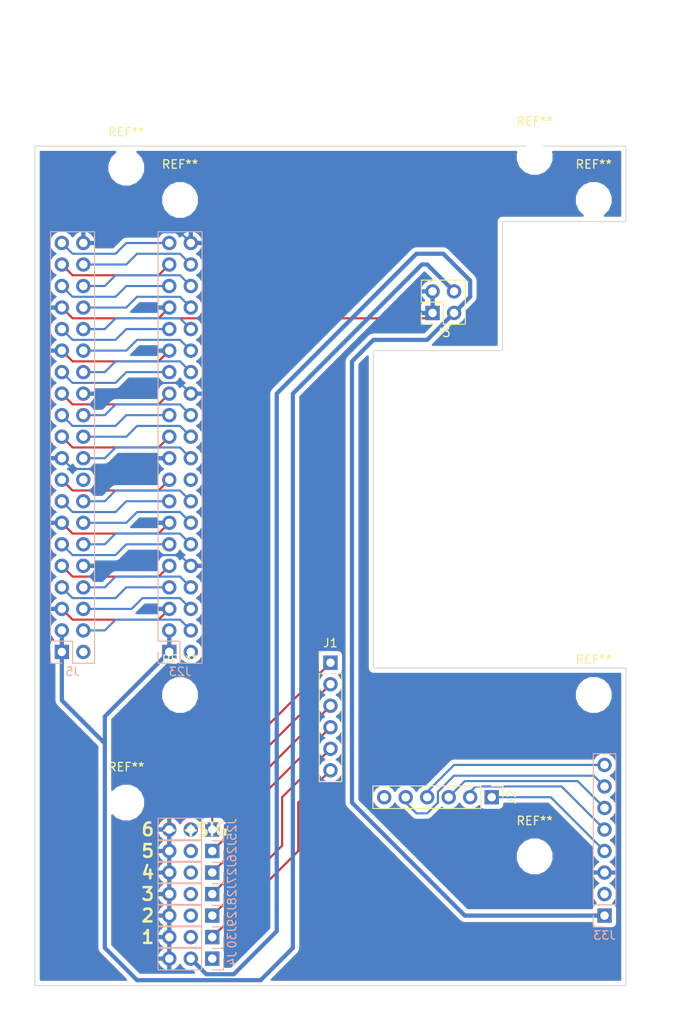
<source format=kicad_pcb>
(kicad_pcb (version 4) (host pcbnew 4.0.7)

  (general
    (links 70)
    (no_connects 0)
    (area 113.902618 36.094999 193.707143 157.020239)
    (thickness 1.6)
    (drawings 36)
    (tracks 209)
    (zones 0)
    (modules 21)
    (nets 56)
  )

  (page A4)
  (layers
    (0 F.Cu signal)
    (31 B.Cu signal)
    (32 B.Adhes user)
    (33 F.Adhes user)
    (34 B.Paste user)
    (35 F.Paste user)
    (36 B.SilkS user)
    (37 F.SilkS user)
    (38 B.Mask user)
    (39 F.Mask user)
    (40 Dwgs.User user)
    (41 Cmts.User user)
    (42 Eco1.User user)
    (43 Eco2.User user)
    (44 Edge.Cuts user)
    (45 Margin user)
    (46 B.CrtYd user)
    (47 F.CrtYd user)
    (48 B.Fab user)
    (49 F.Fab user)
  )

  (setup
    (last_trace_width 0.25)
    (user_trace_width 0.5)
    (trace_clearance 0.2)
    (zone_clearance 0.508)
    (zone_45_only yes)
    (trace_min 0.2)
    (segment_width 0.2)
    (edge_width 0.1)
    (via_size 0.6)
    (via_drill 0.4)
    (via_min_size 0.4)
    (via_min_drill 0.3)
    (uvia_size 0.3)
    (uvia_drill 0.1)
    (uvias_allowed no)
    (uvia_min_size 0.2)
    (uvia_min_drill 0.1)
    (pcb_text_width 0.3)
    (pcb_text_size 1.5 1.5)
    (mod_edge_width 0.15)
    (mod_text_size 1 1)
    (mod_text_width 0.15)
    (pad_size 1.5 1.5)
    (pad_drill 0.6)
    (pad_to_mask_clearance 0)
    (aux_axis_origin 0 0)
    (visible_elements 7FFFFFFF)
    (pcbplotparams
      (layerselection 0x010f0_80000001)
      (usegerberextensions true)
      (excludeedgelayer true)
      (linewidth 0.100000)
      (plotframeref false)
      (viasonmask false)
      (mode 1)
      (useauxorigin false)
      (hpglpennumber 1)
      (hpglpenspeed 20)
      (hpglpendiameter 15)
      (hpglpenoverlay 2)
      (psnegative false)
      (psa4output false)
      (plotreference true)
      (plotvalue true)
      (plotinvisibletext false)
      (padsonsilk false)
      (subtractmaskfromsilk false)
      (outputformat 1)
      (mirror false)
      (drillshape 0)
      (scaleselection 1)
      (outputdirectory Gerber/))
  )

  (net 0 "")
  (net 1 GND)
  (net 2 /RPi/2_RPi)
  (net 3 /RPi/3_RPi)
  (net 4 /RPi/4_RPi)
  (net 5 /RPi/14_RPi)
  (net 6 /RPi/15_RPi)
  (net 7 /RPi/17_RPi)
  (net 8 /RPi/18_RPi)
  (net 9 /RPi/27_RPi)
  (net 10 /RPi/22_RPi)
  (net 11 /RPi/23_RPi)
  (net 12 /RPi/24_RPi)
  (net 13 /RPi/10_RPi)
  (net 14 /RPi/9_RPi)
  (net 15 /RPi/25_RPi)
  (net 16 /RPi/11_RPi)
  (net 17 /RPi/8_RPi)
  (net 18 /RPi/7_RPi)
  (net 19 "Net-(J25-Pad2)")
  (net 20 "Net-(J26-Pad2)")
  (net 21 "Net-(J27-Pad2)")
  (net 22 "Net-(J28-Pad2)")
  (net 23 "Net-(J29-Pad2)")
  (net 24 "Net-(J30-Pad2)")
  (net 25 "Net-(J33-Pad2)")
  (net 26 /RPi/ID_SD)
  (net 27 /RPi/ID_SC)
  (net 28 /RPi/5_RPi)
  (net 29 /RPi/6_RPi)
  (net 30 /RPi/12_RPi)
  (net 31 /RPi/13_RPi)
  (net 32 /RPi/19_RPi)
  (net 33 /RPi/16_RPi)
  (net 34 /RPi/26_RPi)
  (net 35 /RPi/20_RPi)
  (net 36 /RPi/21_RPi)
  (net 37 "Net-(J23-Pad2)")
  (net 38 "Net-(J23-Pad18)")
  (net 39 RC_1)
  (net 40 RC_2)
  (net 41 RC_3)
  (net 42 RC_4)
  (net 43 RC_5)
  (net 44 RC_6)
  (net 45 SCK_SPI)
  (net 46 MISO_SPI)
  (net 47 MOSI_SPI)
  (net 48 CD_SD)
  (net 49 CS_SD)
  (net 50 "Net-(J2-Pad6)")
  (net 51 5V-Sensors)
  (net 52 /Connectors/5V-RPi)
  (net 53 "Net-(J4-Pad1)")
  (net 54 "Net-(J5-Pad2)")
  (net 55 "Net-(J5-Pad18)")

  (net_class Default "This is the default net class."
    (clearance 0.2)
    (trace_width 0.25)
    (via_dia 0.6)
    (via_drill 0.4)
    (uvia_dia 0.3)
    (uvia_drill 0.1)
    (add_net /Connectors/5V-RPi)
    (add_net /RPi/10_RPi)
    (add_net /RPi/11_RPi)
    (add_net /RPi/12_RPi)
    (add_net /RPi/13_RPi)
    (add_net /RPi/14_RPi)
    (add_net /RPi/15_RPi)
    (add_net /RPi/16_RPi)
    (add_net /RPi/17_RPi)
    (add_net /RPi/18_RPi)
    (add_net /RPi/19_RPi)
    (add_net /RPi/20_RPi)
    (add_net /RPi/21_RPi)
    (add_net /RPi/22_RPi)
    (add_net /RPi/23_RPi)
    (add_net /RPi/24_RPi)
    (add_net /RPi/25_RPi)
    (add_net /RPi/26_RPi)
    (add_net /RPi/27_RPi)
    (add_net /RPi/2_RPi)
    (add_net /RPi/3_RPi)
    (add_net /RPi/4_RPi)
    (add_net /RPi/5_RPi)
    (add_net /RPi/6_RPi)
    (add_net /RPi/7_RPi)
    (add_net /RPi/8_RPi)
    (add_net /RPi/9_RPi)
    (add_net /RPi/ID_SC)
    (add_net /RPi/ID_SD)
    (add_net 5V-Sensors)
    (add_net CD_SD)
    (add_net CS_SD)
    (add_net GND)
    (add_net MISO_SPI)
    (add_net MOSI_SPI)
    (add_net "Net-(J2-Pad6)")
    (add_net "Net-(J23-Pad18)")
    (add_net "Net-(J23-Pad2)")
    (add_net "Net-(J25-Pad2)")
    (add_net "Net-(J26-Pad2)")
    (add_net "Net-(J27-Pad2)")
    (add_net "Net-(J28-Pad2)")
    (add_net "Net-(J29-Pad2)")
    (add_net "Net-(J30-Pad2)")
    (add_net "Net-(J33-Pad2)")
    (add_net "Net-(J4-Pad1)")
    (add_net "Net-(J5-Pad18)")
    (add_net "Net-(J5-Pad2)")
    (add_net RC_1)
    (add_net RC_2)
    (add_net RC_3)
    (add_net RC_4)
    (add_net RC_5)
    (add_net RC_6)
    (add_net SCK_SPI)
  )

  (module Socket_Strips:Socket_Strip_Straight_1x03_Pitch2.54mm (layer B.Cu) (tedit 58CD5446) (tstamp 5A96D2E7)
    (at 139.065 144.145 90)
    (descr "Through hole straight socket strip, 1x03, 2.54mm pitch, single row")
    (tags "Through hole socket strip THT 1x03 2.54mm single row")
    (path /5A0C1F5F/5A99F7C0)
    (fp_text reference J29 (at 0 2.33 90) (layer B.SilkS)
      (effects (font (size 1 1) (thickness 0.15)) (justify mirror))
    )
    (fp_text value Conn_01x03_Female (at 0 -7.41 90) (layer B.Fab)
      (effects (font (size 1 1) (thickness 0.15)) (justify mirror))
    )
    (fp_line (start -1.27 1.27) (end -1.27 -6.35) (layer B.Fab) (width 0.1))
    (fp_line (start -1.27 -6.35) (end 1.27 -6.35) (layer B.Fab) (width 0.1))
    (fp_line (start 1.27 -6.35) (end 1.27 1.27) (layer B.Fab) (width 0.1))
    (fp_line (start 1.27 1.27) (end -1.27 1.27) (layer B.Fab) (width 0.1))
    (fp_line (start -1.33 -1.27) (end -1.33 -6.41) (layer B.SilkS) (width 0.12))
    (fp_line (start -1.33 -6.41) (end 1.33 -6.41) (layer B.SilkS) (width 0.12))
    (fp_line (start 1.33 -6.41) (end 1.33 -1.27) (layer B.SilkS) (width 0.12))
    (fp_line (start 1.33 -1.27) (end -1.33 -1.27) (layer B.SilkS) (width 0.12))
    (fp_line (start -1.33 0) (end -1.33 1.33) (layer B.SilkS) (width 0.12))
    (fp_line (start -1.33 1.33) (end 0 1.33) (layer B.SilkS) (width 0.12))
    (fp_line (start -1.8 1.8) (end -1.8 -6.85) (layer B.CrtYd) (width 0.05))
    (fp_line (start -1.8 -6.85) (end 1.8 -6.85) (layer B.CrtYd) (width 0.05))
    (fp_line (start 1.8 -6.85) (end 1.8 1.8) (layer B.CrtYd) (width 0.05))
    (fp_line (start 1.8 1.8) (end -1.8 1.8) (layer B.CrtYd) (width 0.05))
    (fp_text user %R (at 0 2.33 90) (layer B.Fab)
      (effects (font (size 1 1) (thickness 0.15)) (justify mirror))
    )
    (pad 1 thru_hole rect (at 0 0 90) (size 1.7 1.7) (drill 1) (layers *.Cu *.Mask)
      (net 43 RC_5))
    (pad 2 thru_hole oval (at 0 -2.54 90) (size 1.7 1.7) (drill 1) (layers *.Cu *.Mask)
      (net 23 "Net-(J29-Pad2)"))
    (pad 3 thru_hole oval (at 0 -5.08 90) (size 1.7 1.7) (drill 1) (layers *.Cu *.Mask)
      (net 1 GND))
    (model ${KISYS3DMOD}/Socket_Strips.3dshapes/Socket_Strip_Straight_1x03_Pitch2.54mm.wrl
      (at (xyz 0 -0.1 0))
      (scale (xyz 1 1 1))
      (rotate (xyz 0 0 270))
    )
  )

  (module Mounting_Holes:MountingHole_3.2mm_M3 (layer F.Cu) (tedit 56D1B4CB) (tstamp 5AB53081)
    (at 184.15 59.69)
    (descr "Mounting Hole 3.2mm, no annular, M3")
    (tags "mounting hole 3.2mm no annular m3")
    (attr virtual)
    (fp_text reference REF** (at 0 -4.2) (layer F.SilkS)
      (effects (font (size 1 1) (thickness 0.15)))
    )
    (fp_text value MountingHole_3.2mm_M3 (at 0 4.2) (layer F.Fab)
      (effects (font (size 1 1) (thickness 0.15)))
    )
    (fp_text user %R (at 0.3 0) (layer F.Fab)
      (effects (font (size 1 1) (thickness 0.15)))
    )
    (fp_circle (center 0 0) (end 3.2 0) (layer Cmts.User) (width 0.15))
    (fp_circle (center 0 0) (end 3.45 0) (layer F.CrtYd) (width 0.05))
    (pad 1 np_thru_hole circle (at 0 0) (size 3.2 3.2) (drill 3.2) (layers *.Cu *.Mask))
  )

  (module Socket_Strips:Socket_Strip_Straight_1x08_Pitch2.54mm (layer B.Cu) (tedit 58CD5446) (tstamp 5A96993A)
    (at 185.42 144.145)
    (descr "Through hole straight socket strip, 1x08, 2.54mm pitch, single row")
    (tags "Through hole socket strip THT 1x08 2.54mm single row")
    (path /5A0C1F5F/5A9C185B)
    (fp_text reference J33 (at 0 2.33) (layer B.SilkS)
      (effects (font (size 1 1) (thickness 0.15)) (justify mirror))
    )
    (fp_text value Conn_01x08_Female (at 0 -20.11) (layer B.Fab)
      (effects (font (size 1 1) (thickness 0.15)) (justify mirror))
    )
    (fp_line (start -1.27 1.27) (end -1.27 -19.05) (layer B.Fab) (width 0.1))
    (fp_line (start -1.27 -19.05) (end 1.27 -19.05) (layer B.Fab) (width 0.1))
    (fp_line (start 1.27 -19.05) (end 1.27 1.27) (layer B.Fab) (width 0.1))
    (fp_line (start 1.27 1.27) (end -1.27 1.27) (layer B.Fab) (width 0.1))
    (fp_line (start -1.33 -1.27) (end -1.33 -19.11) (layer B.SilkS) (width 0.12))
    (fp_line (start -1.33 -19.11) (end 1.33 -19.11) (layer B.SilkS) (width 0.12))
    (fp_line (start 1.33 -19.11) (end 1.33 -1.27) (layer B.SilkS) (width 0.12))
    (fp_line (start 1.33 -1.27) (end -1.33 -1.27) (layer B.SilkS) (width 0.12))
    (fp_line (start -1.33 0) (end -1.33 1.33) (layer B.SilkS) (width 0.12))
    (fp_line (start -1.33 1.33) (end 0 1.33) (layer B.SilkS) (width 0.12))
    (fp_line (start -1.8 1.8) (end -1.8 -19.55) (layer B.CrtYd) (width 0.05))
    (fp_line (start -1.8 -19.55) (end 1.8 -19.55) (layer B.CrtYd) (width 0.05))
    (fp_line (start 1.8 -19.55) (end 1.8 1.8) (layer B.CrtYd) (width 0.05))
    (fp_line (start 1.8 1.8) (end -1.8 1.8) (layer B.CrtYd) (width 0.05))
    (fp_text user %R (at 0 2.33) (layer B.Fab)
      (effects (font (size 1 1) (thickness 0.15)) (justify mirror))
    )
    (pad 1 thru_hole rect (at 0 0) (size 1.7 1.7) (drill 1) (layers *.Cu *.Mask)
      (net 51 5V-Sensors))
    (pad 2 thru_hole oval (at 0 -2.54) (size 1.7 1.7) (drill 1) (layers *.Cu *.Mask)
      (net 25 "Net-(J33-Pad2)"))
    (pad 3 thru_hole oval (at 0 -5.08) (size 1.7 1.7) (drill 1) (layers *.Cu *.Mask)
      (net 1 GND))
    (pad 4 thru_hole oval (at 0 -7.62) (size 1.7 1.7) (drill 1) (layers *.Cu *.Mask)
      (net 45 SCK_SPI))
    (pad 5 thru_hole oval (at 0 -10.16) (size 1.7 1.7) (drill 1) (layers *.Cu *.Mask)
      (net 46 MISO_SPI))
    (pad 6 thru_hole oval (at 0 -12.7) (size 1.7 1.7) (drill 1) (layers *.Cu *.Mask)
      (net 47 MOSI_SPI))
    (pad 7 thru_hole oval (at 0 -15.24) (size 1.7 1.7) (drill 1) (layers *.Cu *.Mask)
      (net 49 CS_SD))
    (pad 8 thru_hole oval (at 0 -17.78) (size 1.7 1.7) (drill 1) (layers *.Cu *.Mask)
      (net 48 CD_SD))
    (model ${KISYS3DMOD}/Socket_Strips.3dshapes/Socket_Strip_Straight_1x08_Pitch2.54mm.wrl
      (at (xyz 0 -0.35 0))
      (scale (xyz 1 1 1))
      (rotate (xyz 0 0 270))
    )
  )

  (module Pin_Headers:Pin_Header_Straight_2x20_Pitch2.54mm (layer B.Cu) (tedit 59650533) (tstamp 5A96C30C)
    (at 133.985 113.03)
    (descr "Through hole straight pin header, 2x20, 2.54mm pitch, double rows")
    (tags "Through hole pin header THT 2x20 2.54mm double row")
    (path /5A97FF67/5A96ABD6)
    (fp_text reference J23 (at 1.27 2.33) (layer B.SilkS)
      (effects (font (size 1 1) (thickness 0.15)) (justify mirror))
    )
    (fp_text value Conn_02x20_Odd_Even (at 1.27 -50.59) (layer B.Fab)
      (effects (font (size 1 1) (thickness 0.15)) (justify mirror))
    )
    (fp_line (start 0 1.27) (end 3.81 1.27) (layer B.Fab) (width 0.1))
    (fp_line (start 3.81 1.27) (end 3.81 -49.53) (layer B.Fab) (width 0.1))
    (fp_line (start 3.81 -49.53) (end -1.27 -49.53) (layer B.Fab) (width 0.1))
    (fp_line (start -1.27 -49.53) (end -1.27 0) (layer B.Fab) (width 0.1))
    (fp_line (start -1.27 0) (end 0 1.27) (layer B.Fab) (width 0.1))
    (fp_line (start -1.33 -49.59) (end 3.87 -49.59) (layer B.SilkS) (width 0.12))
    (fp_line (start -1.33 -1.27) (end -1.33 -49.59) (layer B.SilkS) (width 0.12))
    (fp_line (start 3.87 1.33) (end 3.87 -49.59) (layer B.SilkS) (width 0.12))
    (fp_line (start -1.33 -1.27) (end 1.27 -1.27) (layer B.SilkS) (width 0.12))
    (fp_line (start 1.27 -1.27) (end 1.27 1.33) (layer B.SilkS) (width 0.12))
    (fp_line (start 1.27 1.33) (end 3.87 1.33) (layer B.SilkS) (width 0.12))
    (fp_line (start -1.33 0) (end -1.33 1.33) (layer B.SilkS) (width 0.12))
    (fp_line (start -1.33 1.33) (end 0 1.33) (layer B.SilkS) (width 0.12))
    (fp_line (start -1.8 1.8) (end -1.8 -50.05) (layer B.CrtYd) (width 0.05))
    (fp_line (start -1.8 -50.05) (end 4.35 -50.05) (layer B.CrtYd) (width 0.05))
    (fp_line (start 4.35 -50.05) (end 4.35 1.8) (layer B.CrtYd) (width 0.05))
    (fp_line (start 4.35 1.8) (end -1.8 1.8) (layer B.CrtYd) (width 0.05))
    (fp_text user %R (at 1.27 -24.13 270) (layer B.Fab)
      (effects (font (size 1 1) (thickness 0.15)) (justify mirror))
    )
    (pad 1 thru_hole rect (at 0 0) (size 1.7 1.7) (drill 1) (layers *.Cu *.Mask)
      (net 52 /Connectors/5V-RPi))
    (pad 2 thru_hole oval (at 2.54 0) (size 1.7 1.7) (drill 1) (layers *.Cu *.Mask)
      (net 37 "Net-(J23-Pad2)"))
    (pad 3 thru_hole oval (at 0 -2.54) (size 1.7 1.7) (drill 1) (layers *.Cu *.Mask)
      (net 52 /Connectors/5V-RPi))
    (pad 4 thru_hole oval (at 2.54 -2.54) (size 1.7 1.7) (drill 1) (layers *.Cu *.Mask)
      (net 2 /RPi/2_RPi))
    (pad 5 thru_hole oval (at 0 -5.08) (size 1.7 1.7) (drill 1) (layers *.Cu *.Mask)
      (net 1 GND))
    (pad 6 thru_hole oval (at 2.54 -5.08) (size 1.7 1.7) (drill 1) (layers *.Cu *.Mask)
      (net 3 /RPi/3_RPi))
    (pad 7 thru_hole oval (at 0 -7.62) (size 1.7 1.7) (drill 1) (layers *.Cu *.Mask)
      (net 5 /RPi/14_RPi))
    (pad 8 thru_hole oval (at 2.54 -7.62) (size 1.7 1.7) (drill 1) (layers *.Cu *.Mask)
      (net 4 /RPi/4_RPi))
    (pad 9 thru_hole oval (at 0 -10.16) (size 1.7 1.7) (drill 1) (layers *.Cu *.Mask)
      (net 6 /RPi/15_RPi))
    (pad 10 thru_hole oval (at 2.54 -10.16) (size 1.7 1.7) (drill 1) (layers *.Cu *.Mask)
      (net 1 GND))
    (pad 11 thru_hole oval (at 0 -12.7) (size 1.7 1.7) (drill 1) (layers *.Cu *.Mask)
      (net 8 /RPi/18_RPi))
    (pad 12 thru_hole oval (at 2.54 -12.7) (size 1.7 1.7) (drill 1) (layers *.Cu *.Mask)
      (net 7 /RPi/17_RPi))
    (pad 13 thru_hole oval (at 0 -15.24) (size 1.7 1.7) (drill 1) (layers *.Cu *.Mask)
      (net 1 GND))
    (pad 14 thru_hole oval (at 2.54 -15.24) (size 1.7 1.7) (drill 1) (layers *.Cu *.Mask)
      (net 9 /RPi/27_RPi))
    (pad 15 thru_hole oval (at 0 -17.78) (size 1.7 1.7) (drill 1) (layers *.Cu *.Mask)
      (net 11 /RPi/23_RPi))
    (pad 16 thru_hole oval (at 2.54 -17.78) (size 1.7 1.7) (drill 1) (layers *.Cu *.Mask)
      (net 10 /RPi/22_RPi))
    (pad 17 thru_hole oval (at 0 -20.32) (size 1.7 1.7) (drill 1) (layers *.Cu *.Mask)
      (net 12 /RPi/24_RPi))
    (pad 18 thru_hole oval (at 2.54 -20.32) (size 1.7 1.7) (drill 1) (layers *.Cu *.Mask)
      (net 38 "Net-(J23-Pad18)"))
    (pad 19 thru_hole oval (at 0 -22.86) (size 1.7 1.7) (drill 1) (layers *.Cu *.Mask)
      (net 1 GND))
    (pad 20 thru_hole oval (at 2.54 -22.86) (size 1.7 1.7) (drill 1) (layers *.Cu *.Mask)
      (net 13 /RPi/10_RPi))
    (pad 21 thru_hole oval (at 0 -25.4) (size 1.7 1.7) (drill 1) (layers *.Cu *.Mask)
      (net 15 /RPi/25_RPi))
    (pad 22 thru_hole oval (at 2.54 -25.4) (size 1.7 1.7) (drill 1) (layers *.Cu *.Mask)
      (net 14 /RPi/9_RPi))
    (pad 23 thru_hole oval (at 0 -27.94) (size 1.7 1.7) (drill 1) (layers *.Cu *.Mask)
      (net 17 /RPi/8_RPi))
    (pad 24 thru_hole oval (at 2.54 -27.94) (size 1.7 1.7) (drill 1) (layers *.Cu *.Mask)
      (net 16 /RPi/11_RPi))
    (pad 25 thru_hole oval (at 0 -30.48) (size 1.7 1.7) (drill 1) (layers *.Cu *.Mask)
      (net 18 /RPi/7_RPi))
    (pad 26 thru_hole oval (at 2.54 -30.48) (size 1.7 1.7) (drill 1) (layers *.Cu *.Mask)
      (net 1 GND))
    (pad 27 thru_hole oval (at 0 -33.02) (size 1.7 1.7) (drill 1) (layers *.Cu *.Mask)
      (net 27 /RPi/ID_SC))
    (pad 28 thru_hole oval (at 2.54 -33.02) (size 1.7 1.7) (drill 1) (layers *.Cu *.Mask)
      (net 26 /RPi/ID_SD))
    (pad 29 thru_hole oval (at 0 -35.56) (size 1.7 1.7) (drill 1) (layers *.Cu *.Mask)
      (net 1 GND))
    (pad 30 thru_hole oval (at 2.54 -35.56) (size 1.7 1.7) (drill 1) (layers *.Cu *.Mask)
      (net 28 /RPi/5_RPi))
    (pad 31 thru_hole oval (at 0 -38.1) (size 1.7 1.7) (drill 1) (layers *.Cu *.Mask)
      (net 30 /RPi/12_RPi))
    (pad 32 thru_hole oval (at 2.54 -38.1) (size 1.7 1.7) (drill 1) (layers *.Cu *.Mask)
      (net 29 /RPi/6_RPi))
    (pad 33 thru_hole oval (at 0 -40.64) (size 1.7 1.7) (drill 1) (layers *.Cu *.Mask)
      (net 1 GND))
    (pad 34 thru_hole oval (at 2.54 -40.64) (size 1.7 1.7) (drill 1) (layers *.Cu *.Mask)
      (net 31 /RPi/13_RPi))
    (pad 35 thru_hole oval (at 0 -43.18) (size 1.7 1.7) (drill 1) (layers *.Cu *.Mask)
      (net 33 /RPi/16_RPi))
    (pad 36 thru_hole oval (at 2.54 -43.18) (size 1.7 1.7) (drill 1) (layers *.Cu *.Mask)
      (net 32 /RPi/19_RPi))
    (pad 37 thru_hole oval (at 0 -45.72) (size 1.7 1.7) (drill 1) (layers *.Cu *.Mask)
      (net 35 /RPi/20_RPi))
    (pad 38 thru_hole oval (at 2.54 -45.72) (size 1.7 1.7) (drill 1) (layers *.Cu *.Mask)
      (net 34 /RPi/26_RPi))
    (pad 39 thru_hole oval (at 0 -48.26) (size 1.7 1.7) (drill 1) (layers *.Cu *.Mask)
      (net 36 /RPi/21_RPi))
    (pad 40 thru_hole oval (at 2.54 -48.26) (size 1.7 1.7) (drill 1) (layers *.Cu *.Mask)
      (net 1 GND))
    (model ${KISYS3DMOD}/Pin_Headers.3dshapes/Pin_Header_Straight_2x20_Pitch2.54mm.wrl
      (at (xyz 0 0 0))
      (scale (xyz 1 1 1))
      (rotate (xyz 0 0 0))
    )
  )

  (module Socket_Strips:Socket_Strip_Straight_1x03_Pitch2.54mm (layer B.Cu) (tedit 58CD5446) (tstamp 5A96D28F)
    (at 139.065 133.985 90)
    (descr "Through hole straight socket strip, 1x03, 2.54mm pitch, single row")
    (tags "Through hole socket strip THT 1x03 2.54mm single row")
    (path /5A0C1F5F/5A99D713)
    (fp_text reference J25 (at 0 2.33 90) (layer B.SilkS)
      (effects (font (size 1 1) (thickness 0.15)) (justify mirror))
    )
    (fp_text value Conn_01x03_Female (at 0 -7.41 90) (layer B.Fab)
      (effects (font (size 1 1) (thickness 0.15)) (justify mirror))
    )
    (fp_line (start -1.27 1.27) (end -1.27 -6.35) (layer B.Fab) (width 0.1))
    (fp_line (start -1.27 -6.35) (end 1.27 -6.35) (layer B.Fab) (width 0.1))
    (fp_line (start 1.27 -6.35) (end 1.27 1.27) (layer B.Fab) (width 0.1))
    (fp_line (start 1.27 1.27) (end -1.27 1.27) (layer B.Fab) (width 0.1))
    (fp_line (start -1.33 -1.27) (end -1.33 -6.41) (layer B.SilkS) (width 0.12))
    (fp_line (start -1.33 -6.41) (end 1.33 -6.41) (layer B.SilkS) (width 0.12))
    (fp_line (start 1.33 -6.41) (end 1.33 -1.27) (layer B.SilkS) (width 0.12))
    (fp_line (start 1.33 -1.27) (end -1.33 -1.27) (layer B.SilkS) (width 0.12))
    (fp_line (start -1.33 0) (end -1.33 1.33) (layer B.SilkS) (width 0.12))
    (fp_line (start -1.33 1.33) (end 0 1.33) (layer B.SilkS) (width 0.12))
    (fp_line (start -1.8 1.8) (end -1.8 -6.85) (layer B.CrtYd) (width 0.05))
    (fp_line (start -1.8 -6.85) (end 1.8 -6.85) (layer B.CrtYd) (width 0.05))
    (fp_line (start 1.8 -6.85) (end 1.8 1.8) (layer B.CrtYd) (width 0.05))
    (fp_line (start 1.8 1.8) (end -1.8 1.8) (layer B.CrtYd) (width 0.05))
    (fp_text user %R (at 0 2.33 90) (layer B.Fab)
      (effects (font (size 1 1) (thickness 0.15)) (justify mirror))
    )
    (pad 1 thru_hole rect (at 0 0 90) (size 1.7 1.7) (drill 1) (layers *.Cu *.Mask)
      (net 39 RC_1))
    (pad 2 thru_hole oval (at 0 -2.54 90) (size 1.7 1.7) (drill 1) (layers *.Cu *.Mask)
      (net 19 "Net-(J25-Pad2)"))
    (pad 3 thru_hole oval (at 0 -5.08 90) (size 1.7 1.7) (drill 1) (layers *.Cu *.Mask)
      (net 1 GND))
    (model ${KISYS3DMOD}/Socket_Strips.3dshapes/Socket_Strip_Straight_1x03_Pitch2.54mm.wrl
      (at (xyz 0 -0.1 0))
      (scale (xyz 1 1 1))
      (rotate (xyz 0 0 270))
    )
  )

  (module Socket_Strips:Socket_Strip_Straight_1x03_Pitch2.54mm (layer B.Cu) (tedit 58CD5446) (tstamp 5A96D2A5)
    (at 139.065 136.525 90)
    (descr "Through hole straight socket strip, 1x03, 2.54mm pitch, single row")
    (tags "Through hole socket strip THT 1x03 2.54mm single row")
    (path /5A0C1F5F/5A99F5B6)
    (fp_text reference J26 (at 0 2.33 90) (layer B.SilkS)
      (effects (font (size 1 1) (thickness 0.15)) (justify mirror))
    )
    (fp_text value Conn_01x03_Female (at 0 -7.41 90) (layer B.Fab)
      (effects (font (size 1 1) (thickness 0.15)) (justify mirror))
    )
    (fp_line (start -1.27 1.27) (end -1.27 -6.35) (layer B.Fab) (width 0.1))
    (fp_line (start -1.27 -6.35) (end 1.27 -6.35) (layer B.Fab) (width 0.1))
    (fp_line (start 1.27 -6.35) (end 1.27 1.27) (layer B.Fab) (width 0.1))
    (fp_line (start 1.27 1.27) (end -1.27 1.27) (layer B.Fab) (width 0.1))
    (fp_line (start -1.33 -1.27) (end -1.33 -6.41) (layer B.SilkS) (width 0.12))
    (fp_line (start -1.33 -6.41) (end 1.33 -6.41) (layer B.SilkS) (width 0.12))
    (fp_line (start 1.33 -6.41) (end 1.33 -1.27) (layer B.SilkS) (width 0.12))
    (fp_line (start 1.33 -1.27) (end -1.33 -1.27) (layer B.SilkS) (width 0.12))
    (fp_line (start -1.33 0) (end -1.33 1.33) (layer B.SilkS) (width 0.12))
    (fp_line (start -1.33 1.33) (end 0 1.33) (layer B.SilkS) (width 0.12))
    (fp_line (start -1.8 1.8) (end -1.8 -6.85) (layer B.CrtYd) (width 0.05))
    (fp_line (start -1.8 -6.85) (end 1.8 -6.85) (layer B.CrtYd) (width 0.05))
    (fp_line (start 1.8 -6.85) (end 1.8 1.8) (layer B.CrtYd) (width 0.05))
    (fp_line (start 1.8 1.8) (end -1.8 1.8) (layer B.CrtYd) (width 0.05))
    (fp_text user %R (at 0 2.33 90) (layer B.Fab)
      (effects (font (size 1 1) (thickness 0.15)) (justify mirror))
    )
    (pad 1 thru_hole rect (at 0 0 90) (size 1.7 1.7) (drill 1) (layers *.Cu *.Mask)
      (net 40 RC_2))
    (pad 2 thru_hole oval (at 0 -2.54 90) (size 1.7 1.7) (drill 1) (layers *.Cu *.Mask)
      (net 20 "Net-(J26-Pad2)"))
    (pad 3 thru_hole oval (at 0 -5.08 90) (size 1.7 1.7) (drill 1) (layers *.Cu *.Mask)
      (net 1 GND))
    (model ${KISYS3DMOD}/Socket_Strips.3dshapes/Socket_Strip_Straight_1x03_Pitch2.54mm.wrl
      (at (xyz 0 -0.1 0))
      (scale (xyz 1 1 1))
      (rotate (xyz 0 0 270))
    )
  )

  (module Socket_Strips:Socket_Strip_Straight_1x03_Pitch2.54mm (layer B.Cu) (tedit 58CD5446) (tstamp 5A96D2BB)
    (at 139.065 139.065 90)
    (descr "Through hole straight socket strip, 1x03, 2.54mm pitch, single row")
    (tags "Through hole socket strip THT 1x03 2.54mm single row")
    (path /5A0C1F5F/5A99F675)
    (fp_text reference J27 (at 0 2.33 90) (layer B.SilkS)
      (effects (font (size 1 1) (thickness 0.15)) (justify mirror))
    )
    (fp_text value Conn_01x03_Female (at 0 -7.41 90) (layer B.Fab)
      (effects (font (size 1 1) (thickness 0.15)) (justify mirror))
    )
    (fp_line (start -1.27 1.27) (end -1.27 -6.35) (layer B.Fab) (width 0.1))
    (fp_line (start -1.27 -6.35) (end 1.27 -6.35) (layer B.Fab) (width 0.1))
    (fp_line (start 1.27 -6.35) (end 1.27 1.27) (layer B.Fab) (width 0.1))
    (fp_line (start 1.27 1.27) (end -1.27 1.27) (layer B.Fab) (width 0.1))
    (fp_line (start -1.33 -1.27) (end -1.33 -6.41) (layer B.SilkS) (width 0.12))
    (fp_line (start -1.33 -6.41) (end 1.33 -6.41) (layer B.SilkS) (width 0.12))
    (fp_line (start 1.33 -6.41) (end 1.33 -1.27) (layer B.SilkS) (width 0.12))
    (fp_line (start 1.33 -1.27) (end -1.33 -1.27) (layer B.SilkS) (width 0.12))
    (fp_line (start -1.33 0) (end -1.33 1.33) (layer B.SilkS) (width 0.12))
    (fp_line (start -1.33 1.33) (end 0 1.33) (layer B.SilkS) (width 0.12))
    (fp_line (start -1.8 1.8) (end -1.8 -6.85) (layer B.CrtYd) (width 0.05))
    (fp_line (start -1.8 -6.85) (end 1.8 -6.85) (layer B.CrtYd) (width 0.05))
    (fp_line (start 1.8 -6.85) (end 1.8 1.8) (layer B.CrtYd) (width 0.05))
    (fp_line (start 1.8 1.8) (end -1.8 1.8) (layer B.CrtYd) (width 0.05))
    (fp_text user %R (at 0 2.33 90) (layer B.Fab)
      (effects (font (size 1 1) (thickness 0.15)) (justify mirror))
    )
    (pad 1 thru_hole rect (at 0 0 90) (size 1.7 1.7) (drill 1) (layers *.Cu *.Mask)
      (net 41 RC_3))
    (pad 2 thru_hole oval (at 0 -2.54 90) (size 1.7 1.7) (drill 1) (layers *.Cu *.Mask)
      (net 21 "Net-(J27-Pad2)"))
    (pad 3 thru_hole oval (at 0 -5.08 90) (size 1.7 1.7) (drill 1) (layers *.Cu *.Mask)
      (net 1 GND))
    (model ${KISYS3DMOD}/Socket_Strips.3dshapes/Socket_Strip_Straight_1x03_Pitch2.54mm.wrl
      (at (xyz 0 -0.1 0))
      (scale (xyz 1 1 1))
      (rotate (xyz 0 0 270))
    )
  )

  (module Socket_Strips:Socket_Strip_Straight_1x03_Pitch2.54mm (layer B.Cu) (tedit 58CD5446) (tstamp 5A96D2D1)
    (at 139.065 141.605 90)
    (descr "Through hole straight socket strip, 1x03, 2.54mm pitch, single row")
    (tags "Through hole socket strip THT 1x03 2.54mm single row")
    (path /5A0C1F5F/5A99F685)
    (fp_text reference J28 (at 0 2.33 90) (layer B.SilkS)
      (effects (font (size 1 1) (thickness 0.15)) (justify mirror))
    )
    (fp_text value Conn_01x03_Female (at 0 -7.41 90) (layer B.Fab)
      (effects (font (size 1 1) (thickness 0.15)) (justify mirror))
    )
    (fp_line (start -1.27 1.27) (end -1.27 -6.35) (layer B.Fab) (width 0.1))
    (fp_line (start -1.27 -6.35) (end 1.27 -6.35) (layer B.Fab) (width 0.1))
    (fp_line (start 1.27 -6.35) (end 1.27 1.27) (layer B.Fab) (width 0.1))
    (fp_line (start 1.27 1.27) (end -1.27 1.27) (layer B.Fab) (width 0.1))
    (fp_line (start -1.33 -1.27) (end -1.33 -6.41) (layer B.SilkS) (width 0.12))
    (fp_line (start -1.33 -6.41) (end 1.33 -6.41) (layer B.SilkS) (width 0.12))
    (fp_line (start 1.33 -6.41) (end 1.33 -1.27) (layer B.SilkS) (width 0.12))
    (fp_line (start 1.33 -1.27) (end -1.33 -1.27) (layer B.SilkS) (width 0.12))
    (fp_line (start -1.33 0) (end -1.33 1.33) (layer B.SilkS) (width 0.12))
    (fp_line (start -1.33 1.33) (end 0 1.33) (layer B.SilkS) (width 0.12))
    (fp_line (start -1.8 1.8) (end -1.8 -6.85) (layer B.CrtYd) (width 0.05))
    (fp_line (start -1.8 -6.85) (end 1.8 -6.85) (layer B.CrtYd) (width 0.05))
    (fp_line (start 1.8 -6.85) (end 1.8 1.8) (layer B.CrtYd) (width 0.05))
    (fp_line (start 1.8 1.8) (end -1.8 1.8) (layer B.CrtYd) (width 0.05))
    (fp_text user %R (at 0 2.33 90) (layer B.Fab)
      (effects (font (size 1 1) (thickness 0.15)) (justify mirror))
    )
    (pad 1 thru_hole rect (at 0 0 90) (size 1.7 1.7) (drill 1) (layers *.Cu *.Mask)
      (net 42 RC_4))
    (pad 2 thru_hole oval (at 0 -2.54 90) (size 1.7 1.7) (drill 1) (layers *.Cu *.Mask)
      (net 22 "Net-(J28-Pad2)"))
    (pad 3 thru_hole oval (at 0 -5.08 90) (size 1.7 1.7) (drill 1) (layers *.Cu *.Mask)
      (net 1 GND))
    (model ${KISYS3DMOD}/Socket_Strips.3dshapes/Socket_Strip_Straight_1x03_Pitch2.54mm.wrl
      (at (xyz 0 -0.1 0))
      (scale (xyz 1 1 1))
      (rotate (xyz 0 0 270))
    )
  )

  (module Socket_Strips:Socket_Strip_Straight_1x03_Pitch2.54mm (layer B.Cu) (tedit 58CD5446) (tstamp 5A96D2FD)
    (at 139.065 146.685 90)
    (descr "Through hole straight socket strip, 1x03, 2.54mm pitch, single row")
    (tags "Through hole socket strip THT 1x03 2.54mm single row")
    (path /5A0C1F5F/5A99F7D0)
    (fp_text reference J30 (at 0 2.33 90) (layer B.SilkS)
      (effects (font (size 1 1) (thickness 0.15)) (justify mirror))
    )
    (fp_text value Conn_01x03_Female (at 0 -7.41 90) (layer B.Fab)
      (effects (font (size 1 1) (thickness 0.15)) (justify mirror))
    )
    (fp_line (start -1.27 1.27) (end -1.27 -6.35) (layer B.Fab) (width 0.1))
    (fp_line (start -1.27 -6.35) (end 1.27 -6.35) (layer B.Fab) (width 0.1))
    (fp_line (start 1.27 -6.35) (end 1.27 1.27) (layer B.Fab) (width 0.1))
    (fp_line (start 1.27 1.27) (end -1.27 1.27) (layer B.Fab) (width 0.1))
    (fp_line (start -1.33 -1.27) (end -1.33 -6.41) (layer B.SilkS) (width 0.12))
    (fp_line (start -1.33 -6.41) (end 1.33 -6.41) (layer B.SilkS) (width 0.12))
    (fp_line (start 1.33 -6.41) (end 1.33 -1.27) (layer B.SilkS) (width 0.12))
    (fp_line (start 1.33 -1.27) (end -1.33 -1.27) (layer B.SilkS) (width 0.12))
    (fp_line (start -1.33 0) (end -1.33 1.33) (layer B.SilkS) (width 0.12))
    (fp_line (start -1.33 1.33) (end 0 1.33) (layer B.SilkS) (width 0.12))
    (fp_line (start -1.8 1.8) (end -1.8 -6.85) (layer B.CrtYd) (width 0.05))
    (fp_line (start -1.8 -6.85) (end 1.8 -6.85) (layer B.CrtYd) (width 0.05))
    (fp_line (start 1.8 -6.85) (end 1.8 1.8) (layer B.CrtYd) (width 0.05))
    (fp_line (start 1.8 1.8) (end -1.8 1.8) (layer B.CrtYd) (width 0.05))
    (fp_text user %R (at 0 2.33 90) (layer B.Fab)
      (effects (font (size 1 1) (thickness 0.15)) (justify mirror))
    )
    (pad 1 thru_hole rect (at 0 0 90) (size 1.7 1.7) (drill 1) (layers *.Cu *.Mask)
      (net 44 RC_6))
    (pad 2 thru_hole oval (at 0 -2.54 90) (size 1.7 1.7) (drill 1) (layers *.Cu *.Mask)
      (net 24 "Net-(J30-Pad2)"))
    (pad 3 thru_hole oval (at 0 -5.08 90) (size 1.7 1.7) (drill 1) (layers *.Cu *.Mask)
      (net 1 GND))
    (model ${KISYS3DMOD}/Socket_Strips.3dshapes/Socket_Strip_Straight_1x03_Pitch2.54mm.wrl
      (at (xyz 0 -0.1 0))
      (scale (xyz 1 1 1))
      (rotate (xyz 0 0 270))
    )
  )

  (module Socket_Strips:Socket_Strip_Straight_1x06_Pitch2.54mm (layer F.Cu) (tedit 58CD5446) (tstamp 5AB25636)
    (at 153.035 114.3)
    (descr "Through hole straight socket strip, 1x06, 2.54mm pitch, single row")
    (tags "Through hole socket strip THT 1x06 2.54mm single row")
    (path /5A0C1F5F/5AB3357B)
    (fp_text reference J1 (at 0 -2.33) (layer F.SilkS)
      (effects (font (size 1 1) (thickness 0.15)))
    )
    (fp_text value Conn_01x06 (at 0 15.03) (layer F.Fab)
      (effects (font (size 1 1) (thickness 0.15)))
    )
    (fp_line (start -1.27 -1.27) (end -1.27 13.97) (layer F.Fab) (width 0.1))
    (fp_line (start -1.27 13.97) (end 1.27 13.97) (layer F.Fab) (width 0.1))
    (fp_line (start 1.27 13.97) (end 1.27 -1.27) (layer F.Fab) (width 0.1))
    (fp_line (start 1.27 -1.27) (end -1.27 -1.27) (layer F.Fab) (width 0.1))
    (fp_line (start -1.33 1.27) (end -1.33 14.03) (layer F.SilkS) (width 0.12))
    (fp_line (start -1.33 14.03) (end 1.33 14.03) (layer F.SilkS) (width 0.12))
    (fp_line (start 1.33 14.03) (end 1.33 1.27) (layer F.SilkS) (width 0.12))
    (fp_line (start 1.33 1.27) (end -1.33 1.27) (layer F.SilkS) (width 0.12))
    (fp_line (start -1.33 0) (end -1.33 -1.33) (layer F.SilkS) (width 0.12))
    (fp_line (start -1.33 -1.33) (end 0 -1.33) (layer F.SilkS) (width 0.12))
    (fp_line (start -1.8 -1.8) (end -1.8 14.5) (layer F.CrtYd) (width 0.05))
    (fp_line (start -1.8 14.5) (end 1.8 14.5) (layer F.CrtYd) (width 0.05))
    (fp_line (start 1.8 14.5) (end 1.8 -1.8) (layer F.CrtYd) (width 0.05))
    (fp_line (start 1.8 -1.8) (end -1.8 -1.8) (layer F.CrtYd) (width 0.05))
    (fp_text user %R (at 0 -2.33) (layer F.Fab)
      (effects (font (size 1 1) (thickness 0.15)))
    )
    (pad 1 thru_hole rect (at 0 0) (size 1.7 1.7) (drill 1) (layers *.Cu *.Mask)
      (net 39 RC_1))
    (pad 2 thru_hole oval (at 0 2.54) (size 1.7 1.7) (drill 1) (layers *.Cu *.Mask)
      (net 40 RC_2))
    (pad 3 thru_hole oval (at 0 5.08) (size 1.7 1.7) (drill 1) (layers *.Cu *.Mask)
      (net 41 RC_3))
    (pad 4 thru_hole oval (at 0 7.62) (size 1.7 1.7) (drill 1) (layers *.Cu *.Mask)
      (net 42 RC_4))
    (pad 5 thru_hole oval (at 0 10.16) (size 1.7 1.7) (drill 1) (layers *.Cu *.Mask)
      (net 43 RC_5))
    (pad 6 thru_hole oval (at 0 12.7) (size 1.7 1.7) (drill 1) (layers *.Cu *.Mask)
      (net 44 RC_6))
    (model ${KISYS3DMOD}/Socket_Strips.3dshapes/Socket_Strip_Straight_1x06_Pitch2.54mm.wrl
      (at (xyz 0 -0.25 0))
      (scale (xyz 1 1 1))
      (rotate (xyz 0 0 270))
    )
  )

  (module Socket_Strips:Socket_Strip_Straight_1x06_Pitch2.54mm (layer F.Cu) (tedit 58CD5446) (tstamp 5AB2564F)
    (at 172.085 130.175 270)
    (descr "Through hole straight socket strip, 1x06, 2.54mm pitch, single row")
    (tags "Through hole socket strip THT 1x06 2.54mm single row")
    (path /5A0C1F5F/5AB336AC)
    (fp_text reference J2 (at 0 -2.33 270) (layer F.SilkS)
      (effects (font (size 1 1) (thickness 0.15)))
    )
    (fp_text value Conn_01x06 (at 0 15.03 270) (layer F.Fab)
      (effects (font (size 1 1) (thickness 0.15)))
    )
    (fp_line (start -1.27 -1.27) (end -1.27 13.97) (layer F.Fab) (width 0.1))
    (fp_line (start -1.27 13.97) (end 1.27 13.97) (layer F.Fab) (width 0.1))
    (fp_line (start 1.27 13.97) (end 1.27 -1.27) (layer F.Fab) (width 0.1))
    (fp_line (start 1.27 -1.27) (end -1.27 -1.27) (layer F.Fab) (width 0.1))
    (fp_line (start -1.33 1.27) (end -1.33 14.03) (layer F.SilkS) (width 0.12))
    (fp_line (start -1.33 14.03) (end 1.33 14.03) (layer F.SilkS) (width 0.12))
    (fp_line (start 1.33 14.03) (end 1.33 1.27) (layer F.SilkS) (width 0.12))
    (fp_line (start 1.33 1.27) (end -1.33 1.27) (layer F.SilkS) (width 0.12))
    (fp_line (start -1.33 0) (end -1.33 -1.33) (layer F.SilkS) (width 0.12))
    (fp_line (start -1.33 -1.33) (end 0 -1.33) (layer F.SilkS) (width 0.12))
    (fp_line (start -1.8 -1.8) (end -1.8 14.5) (layer F.CrtYd) (width 0.05))
    (fp_line (start -1.8 14.5) (end 1.8 14.5) (layer F.CrtYd) (width 0.05))
    (fp_line (start 1.8 14.5) (end 1.8 -1.8) (layer F.CrtYd) (width 0.05))
    (fp_line (start 1.8 -1.8) (end -1.8 -1.8) (layer F.CrtYd) (width 0.05))
    (fp_text user %R (at 0 -2.33 270) (layer F.Fab)
      (effects (font (size 1 1) (thickness 0.15)))
    )
    (pad 1 thru_hole rect (at 0 0 270) (size 1.7 1.7) (drill 1) (layers *.Cu *.Mask)
      (net 45 SCK_SPI))
    (pad 2 thru_hole oval (at 0 2.54 270) (size 1.7 1.7) (drill 1) (layers *.Cu *.Mask)
      (net 46 MISO_SPI))
    (pad 3 thru_hole oval (at 0 5.08 270) (size 1.7 1.7) (drill 1) (layers *.Cu *.Mask)
      (net 47 MOSI_SPI))
    (pad 4 thru_hole oval (at 0 7.62 270) (size 1.7 1.7) (drill 1) (layers *.Cu *.Mask)
      (net 48 CD_SD))
    (pad 5 thru_hole oval (at 0 10.16 270) (size 1.7 1.7) (drill 1) (layers *.Cu *.Mask)
      (net 49 CS_SD))
    (pad 6 thru_hole oval (at 0 12.7 270) (size 1.7 1.7) (drill 1) (layers *.Cu *.Mask)
      (net 50 "Net-(J2-Pad6)"))
    (model ${KISYS3DMOD}/Socket_Strips.3dshapes/Socket_Strip_Straight_1x06_Pitch2.54mm.wrl
      (at (xyz 0 -0.25 0))
      (scale (xyz 1 1 1))
      (rotate (xyz 0 0 270))
    )
  )

  (module Socket_Strips:Socket_Strip_Straight_2x02_Pitch2.54mm (layer F.Cu) (tedit 58CD5448) (tstamp 5AB25668)
    (at 165.1 73.025 180)
    (descr "Through hole straight socket strip, 2x02, 2.54mm pitch, double rows")
    (tags "Through hole socket strip THT 2x02 2.54mm double row")
    (path /5A0C1F5F/5AB332A9)
    (fp_text reference J3 (at -1.27 -2.33 180) (layer F.SilkS)
      (effects (font (size 1 1) (thickness 0.15)))
    )
    (fp_text value Conn_02x02_Odd_Even (at -1.27 4.87 180) (layer F.Fab)
      (effects (font (size 1 1) (thickness 0.15)))
    )
    (fp_line (start -3.81 -1.27) (end -3.81 3.81) (layer F.Fab) (width 0.1))
    (fp_line (start -3.81 3.81) (end 1.27 3.81) (layer F.Fab) (width 0.1))
    (fp_line (start 1.27 3.81) (end 1.27 -1.27) (layer F.Fab) (width 0.1))
    (fp_line (start 1.27 -1.27) (end -3.81 -1.27) (layer F.Fab) (width 0.1))
    (fp_line (start 1.33 1.27) (end 1.33 3.87) (layer F.SilkS) (width 0.12))
    (fp_line (start 1.33 3.87) (end -3.87 3.87) (layer F.SilkS) (width 0.12))
    (fp_line (start -3.87 3.87) (end -3.87 -1.33) (layer F.SilkS) (width 0.12))
    (fp_line (start -3.87 -1.33) (end -1.27 -1.33) (layer F.SilkS) (width 0.12))
    (fp_line (start -1.27 -1.33) (end -1.27 1.27) (layer F.SilkS) (width 0.12))
    (fp_line (start -1.27 1.27) (end 1.33 1.27) (layer F.SilkS) (width 0.12))
    (fp_line (start 1.33 0) (end 1.33 -1.33) (layer F.SilkS) (width 0.12))
    (fp_line (start 1.33 -1.33) (end 0.06 -1.33) (layer F.SilkS) (width 0.12))
    (fp_line (start -4.35 -1.8) (end -4.35 4.35) (layer F.CrtYd) (width 0.05))
    (fp_line (start -4.35 4.35) (end 1.8 4.35) (layer F.CrtYd) (width 0.05))
    (fp_line (start 1.8 4.35) (end 1.8 -1.8) (layer F.CrtYd) (width 0.05))
    (fp_line (start 1.8 -1.8) (end -4.35 -1.8) (layer F.CrtYd) (width 0.05))
    (fp_text user %R (at -1.27 -2.33 180) (layer F.Fab)
      (effects (font (size 1 1) (thickness 0.15)))
    )
    (pad 1 thru_hole rect (at 0 0 180) (size 1.7 1.7) (drill 1) (layers *.Cu *.Mask)
      (net 1 GND))
    (pad 2 thru_hole oval (at -2.54 0 180) (size 1.7 1.7) (drill 1) (layers *.Cu *.Mask)
      (net 51 5V-Sensors))
    (pad 3 thru_hole oval (at 0 2.54 180) (size 1.7 1.7) (drill 1) (layers *.Cu *.Mask)
      (net 1 GND))
    (pad 4 thru_hole oval (at -2.54 2.54 180) (size 1.7 1.7) (drill 1) (layers *.Cu *.Mask)
      (net 52 /Connectors/5V-RPi))
    (model ${KISYS3DMOD}/Socket_Strips.3dshapes/Socket_Strip_Straight_2x02_Pitch2.54mm.wrl
      (at (xyz -0.05 -0.05 0))
      (scale (xyz 1 1 1))
      (rotate (xyz 0 0 270))
    )
  )

  (module Mounting_Holes:MountingHole_3.2mm_M3 (layer F.Cu) (tedit 56D1B4CB) (tstamp 5AB530A2)
    (at 128.905 55.88)
    (descr "Mounting Hole 3.2mm, no annular, M3")
    (tags "mounting hole 3.2mm no annular m3")
    (attr virtual)
    (fp_text reference REF** (at 0 -4.2) (layer F.SilkS)
      (effects (font (size 1 1) (thickness 0.15)))
    )
    (fp_text value MountingHole_3.2mm_M3 (at 0 4.2) (layer F.Fab)
      (effects (font (size 1 1) (thickness 0.15)))
    )
    (fp_text user %R (at 0.3 0) (layer F.Fab)
      (effects (font (size 1 1) (thickness 0.15)))
    )
    (fp_circle (center 0 0) (end 3.2 0) (layer Cmts.User) (width 0.15))
    (fp_circle (center 0 0) (end 3.45 0) (layer F.CrtYd) (width 0.05))
    (pad 1 np_thru_hole circle (at 0 0) (size 3.2 3.2) (drill 3.2) (layers *.Cu *.Mask))
  )

  (module Mounting_Holes:MountingHole_3.2mm_M3 (layer F.Cu) (tedit 56D1B4CB) (tstamp 5AB530BA)
    (at 135.255 59.69)
    (descr "Mounting Hole 3.2mm, no annular, M3")
    (tags "mounting hole 3.2mm no annular m3")
    (attr virtual)
    (fp_text reference REF** (at 0 -4.2) (layer F.SilkS)
      (effects (font (size 1 1) (thickness 0.15)))
    )
    (fp_text value MountingHole_3.2mm_M3 (at 0 4.2) (layer F.Fab)
      (effects (font (size 1 1) (thickness 0.15)))
    )
    (fp_text user %R (at 0.3 0) (layer F.Fab)
      (effects (font (size 1 1) (thickness 0.15)))
    )
    (fp_circle (center 0 0) (end 3.2 0) (layer Cmts.User) (width 0.15))
    (fp_circle (center 0 0) (end 3.45 0) (layer F.CrtYd) (width 0.05))
    (pad 1 np_thru_hole circle (at 0 0) (size 3.2 3.2) (drill 3.2) (layers *.Cu *.Mask))
  )

  (module Mounting_Holes:MountingHole_3.2mm_M3 (layer F.Cu) (tedit 56D1B4CB) (tstamp 5AB530CA)
    (at 135.255 118.11)
    (descr "Mounting Hole 3.2mm, no annular, M3")
    (tags "mounting hole 3.2mm no annular m3")
    (attr virtual)
    (fp_text reference REF** (at 0 -4.2) (layer F.SilkS)
      (effects (font (size 1 1) (thickness 0.15)))
    )
    (fp_text value MountingHole_3.2mm_M3 (at 0 4.2) (layer F.Fab)
      (effects (font (size 1 1) (thickness 0.15)))
    )
    (fp_text user %R (at 0.3 0) (layer F.Fab)
      (effects (font (size 1 1) (thickness 0.15)))
    )
    (fp_circle (center 0 0) (end 3.2 0) (layer Cmts.User) (width 0.15))
    (fp_circle (center 0 0) (end 3.45 0) (layer F.CrtYd) (width 0.05))
    (pad 1 np_thru_hole circle (at 0 0) (size 3.2 3.2) (drill 3.2) (layers *.Cu *.Mask))
  )

  (module Mounting_Holes:MountingHole_3.2mm_M3 (layer F.Cu) (tedit 56D1B4CB) (tstamp 5AB530DA)
    (at 184.15 118.11)
    (descr "Mounting Hole 3.2mm, no annular, M3")
    (tags "mounting hole 3.2mm no annular m3")
    (attr virtual)
    (fp_text reference REF** (at 0 -4.2) (layer F.SilkS)
      (effects (font (size 1 1) (thickness 0.15)))
    )
    (fp_text value MountingHole_3.2mm_M3 (at 0 4.2) (layer F.Fab)
      (effects (font (size 1 1) (thickness 0.15)))
    )
    (fp_text user %R (at 0.3 0) (layer F.Fab)
      (effects (font (size 1 1) (thickness 0.15)))
    )
    (fp_circle (center 0 0) (end 3.2 0) (layer Cmts.User) (width 0.15))
    (fp_circle (center 0 0) (end 3.45 0) (layer F.CrtYd) (width 0.05))
    (pad 1 np_thru_hole circle (at 0 0) (size 3.2 3.2) (drill 3.2) (layers *.Cu *.Mask))
  )

  (module Mounting_Holes:MountingHole_3.2mm_M3 (layer F.Cu) (tedit 56D1B4CB) (tstamp 5AB530EA)
    (at 177.165 137.16)
    (descr "Mounting Hole 3.2mm, no annular, M3")
    (tags "mounting hole 3.2mm no annular m3")
    (attr virtual)
    (fp_text reference REF** (at 0 -4.2) (layer F.SilkS)
      (effects (font (size 1 1) (thickness 0.15)))
    )
    (fp_text value MountingHole_3.2mm_M3 (at 0 4.2) (layer F.Fab)
      (effects (font (size 1 1) (thickness 0.15)))
    )
    (fp_text user %R (at 0.3 0) (layer F.Fab)
      (effects (font (size 1 1) (thickness 0.15)))
    )
    (fp_circle (center 0 0) (end 3.2 0) (layer Cmts.User) (width 0.15))
    (fp_circle (center 0 0) (end 3.45 0) (layer F.CrtYd) (width 0.05))
    (pad 1 np_thru_hole circle (at 0 0) (size 3.2 3.2) (drill 3.2) (layers *.Cu *.Mask))
  )

  (module Socket_Strips:Socket_Strip_Straight_1x03_Pitch2.54mm (layer B.Cu) (tedit 58CD5446) (tstamp 5AB54593)
    (at 139.065 149.225 90)
    (descr "Through hole straight socket strip, 1x03, 2.54mm pitch, single row")
    (tags "Through hole socket strip THT 1x03 2.54mm single row")
    (path /5A0C1F5F/5AB545C7)
    (fp_text reference J4 (at 0 2.33 90) (layer B.SilkS)
      (effects (font (size 1 1) (thickness 0.15)) (justify mirror))
    )
    (fp_text value Conn_01x03_Female (at 0 -7.41 90) (layer B.Fab)
      (effects (font (size 1 1) (thickness 0.15)) (justify mirror))
    )
    (fp_line (start -1.27 1.27) (end -1.27 -6.35) (layer B.Fab) (width 0.1))
    (fp_line (start -1.27 -6.35) (end 1.27 -6.35) (layer B.Fab) (width 0.1))
    (fp_line (start 1.27 -6.35) (end 1.27 1.27) (layer B.Fab) (width 0.1))
    (fp_line (start 1.27 1.27) (end -1.27 1.27) (layer B.Fab) (width 0.1))
    (fp_line (start -1.33 -1.27) (end -1.33 -6.41) (layer B.SilkS) (width 0.12))
    (fp_line (start -1.33 -6.41) (end 1.33 -6.41) (layer B.SilkS) (width 0.12))
    (fp_line (start 1.33 -6.41) (end 1.33 -1.27) (layer B.SilkS) (width 0.12))
    (fp_line (start 1.33 -1.27) (end -1.33 -1.27) (layer B.SilkS) (width 0.12))
    (fp_line (start -1.33 0) (end -1.33 1.33) (layer B.SilkS) (width 0.12))
    (fp_line (start -1.33 1.33) (end 0 1.33) (layer B.SilkS) (width 0.12))
    (fp_line (start -1.8 1.8) (end -1.8 -6.85) (layer B.CrtYd) (width 0.05))
    (fp_line (start -1.8 -6.85) (end 1.8 -6.85) (layer B.CrtYd) (width 0.05))
    (fp_line (start 1.8 -6.85) (end 1.8 1.8) (layer B.CrtYd) (width 0.05))
    (fp_line (start 1.8 1.8) (end -1.8 1.8) (layer B.CrtYd) (width 0.05))
    (fp_text user %R (at 0 2.33 90) (layer B.Fab)
      (effects (font (size 1 1) (thickness 0.15)) (justify mirror))
    )
    (pad 1 thru_hole rect (at 0 0 90) (size 1.7 1.7) (drill 1) (layers *.Cu *.Mask)
      (net 53 "Net-(J4-Pad1)"))
    (pad 2 thru_hole oval (at 0 -2.54 90) (size 1.7 1.7) (drill 1) (layers *.Cu *.Mask)
      (net 51 5V-Sensors))
    (pad 3 thru_hole oval (at 0 -5.08 90) (size 1.7 1.7) (drill 1) (layers *.Cu *.Mask)
      (net 1 GND))
    (model ${KISYS3DMOD}/Socket_Strips.3dshapes/Socket_Strip_Straight_1x03_Pitch2.54mm.wrl
      (at (xyz 0 -0.1 0))
      (scale (xyz 1 1 1))
      (rotate (xyz 0 0 270))
    )
  )

  (module Pin_Headers:Pin_Header_Straight_2x20_Pitch2.54mm (layer B.Cu) (tedit 59650533) (tstamp 5B0D55B9)
    (at 121.285 113.03)
    (descr "Through hole straight pin header, 2x20, 2.54mm pitch, double rows")
    (tags "Through hole pin header THT 2x20 2.54mm double row")
    (path /5A97FF67/5B0E5223)
    (fp_text reference J5 (at 1.27 2.33) (layer B.SilkS)
      (effects (font (size 1 1) (thickness 0.15)) (justify mirror))
    )
    (fp_text value Conn_02x20_Odd_Even (at 1.27 -50.59) (layer B.Fab)
      (effects (font (size 1 1) (thickness 0.15)) (justify mirror))
    )
    (fp_line (start 0 1.27) (end 3.81 1.27) (layer B.Fab) (width 0.1))
    (fp_line (start 3.81 1.27) (end 3.81 -49.53) (layer B.Fab) (width 0.1))
    (fp_line (start 3.81 -49.53) (end -1.27 -49.53) (layer B.Fab) (width 0.1))
    (fp_line (start -1.27 -49.53) (end -1.27 0) (layer B.Fab) (width 0.1))
    (fp_line (start -1.27 0) (end 0 1.27) (layer B.Fab) (width 0.1))
    (fp_line (start -1.33 -49.59) (end 3.87 -49.59) (layer B.SilkS) (width 0.12))
    (fp_line (start -1.33 -1.27) (end -1.33 -49.59) (layer B.SilkS) (width 0.12))
    (fp_line (start 3.87 1.33) (end 3.87 -49.59) (layer B.SilkS) (width 0.12))
    (fp_line (start -1.33 -1.27) (end 1.27 -1.27) (layer B.SilkS) (width 0.12))
    (fp_line (start 1.27 -1.27) (end 1.27 1.33) (layer B.SilkS) (width 0.12))
    (fp_line (start 1.27 1.33) (end 3.87 1.33) (layer B.SilkS) (width 0.12))
    (fp_line (start -1.33 0) (end -1.33 1.33) (layer B.SilkS) (width 0.12))
    (fp_line (start -1.33 1.33) (end 0 1.33) (layer B.SilkS) (width 0.12))
    (fp_line (start -1.8 1.8) (end -1.8 -50.05) (layer B.CrtYd) (width 0.05))
    (fp_line (start -1.8 -50.05) (end 4.35 -50.05) (layer B.CrtYd) (width 0.05))
    (fp_line (start 4.35 -50.05) (end 4.35 1.8) (layer B.CrtYd) (width 0.05))
    (fp_line (start 4.35 1.8) (end -1.8 1.8) (layer B.CrtYd) (width 0.05))
    (fp_text user %R (at 1.27 -24.13 270) (layer B.Fab)
      (effects (font (size 1 1) (thickness 0.15)) (justify mirror))
    )
    (pad 1 thru_hole rect (at 0 0) (size 1.7 1.7) (drill 1) (layers *.Cu *.Mask)
      (net 52 /Connectors/5V-RPi))
    (pad 2 thru_hole oval (at 2.54 0) (size 1.7 1.7) (drill 1) (layers *.Cu *.Mask)
      (net 54 "Net-(J5-Pad2)"))
    (pad 3 thru_hole oval (at 0 -2.54) (size 1.7 1.7) (drill 1) (layers *.Cu *.Mask)
      (net 52 /Connectors/5V-RPi))
    (pad 4 thru_hole oval (at 2.54 -2.54) (size 1.7 1.7) (drill 1) (layers *.Cu *.Mask)
      (net 2 /RPi/2_RPi))
    (pad 5 thru_hole oval (at 0 -5.08) (size 1.7 1.7) (drill 1) (layers *.Cu *.Mask)
      (net 1 GND))
    (pad 6 thru_hole oval (at 2.54 -5.08) (size 1.7 1.7) (drill 1) (layers *.Cu *.Mask)
      (net 3 /RPi/3_RPi))
    (pad 7 thru_hole oval (at 0 -7.62) (size 1.7 1.7) (drill 1) (layers *.Cu *.Mask)
      (net 5 /RPi/14_RPi))
    (pad 8 thru_hole oval (at 2.54 -7.62) (size 1.7 1.7) (drill 1) (layers *.Cu *.Mask)
      (net 4 /RPi/4_RPi))
    (pad 9 thru_hole oval (at 0 -10.16) (size 1.7 1.7) (drill 1) (layers *.Cu *.Mask)
      (net 6 /RPi/15_RPi))
    (pad 10 thru_hole oval (at 2.54 -10.16) (size 1.7 1.7) (drill 1) (layers *.Cu *.Mask)
      (net 1 GND))
    (pad 11 thru_hole oval (at 0 -12.7) (size 1.7 1.7) (drill 1) (layers *.Cu *.Mask)
      (net 8 /RPi/18_RPi))
    (pad 12 thru_hole oval (at 2.54 -12.7) (size 1.7 1.7) (drill 1) (layers *.Cu *.Mask)
      (net 7 /RPi/17_RPi))
    (pad 13 thru_hole oval (at 0 -15.24) (size 1.7 1.7) (drill 1) (layers *.Cu *.Mask)
      (net 1 GND))
    (pad 14 thru_hole oval (at 2.54 -15.24) (size 1.7 1.7) (drill 1) (layers *.Cu *.Mask)
      (net 9 /RPi/27_RPi))
    (pad 15 thru_hole oval (at 0 -17.78) (size 1.7 1.7) (drill 1) (layers *.Cu *.Mask)
      (net 11 /RPi/23_RPi))
    (pad 16 thru_hole oval (at 2.54 -17.78) (size 1.7 1.7) (drill 1) (layers *.Cu *.Mask)
      (net 10 /RPi/22_RPi))
    (pad 17 thru_hole oval (at 0 -20.32) (size 1.7 1.7) (drill 1) (layers *.Cu *.Mask)
      (net 12 /RPi/24_RPi))
    (pad 18 thru_hole oval (at 2.54 -20.32) (size 1.7 1.7) (drill 1) (layers *.Cu *.Mask)
      (net 55 "Net-(J5-Pad18)"))
    (pad 19 thru_hole oval (at 0 -22.86) (size 1.7 1.7) (drill 1) (layers *.Cu *.Mask)
      (net 1 GND))
    (pad 20 thru_hole oval (at 2.54 -22.86) (size 1.7 1.7) (drill 1) (layers *.Cu *.Mask)
      (net 13 /RPi/10_RPi))
    (pad 21 thru_hole oval (at 0 -25.4) (size 1.7 1.7) (drill 1) (layers *.Cu *.Mask)
      (net 15 /RPi/25_RPi))
    (pad 22 thru_hole oval (at 2.54 -25.4) (size 1.7 1.7) (drill 1) (layers *.Cu *.Mask)
      (net 14 /RPi/9_RPi))
    (pad 23 thru_hole oval (at 0 -27.94) (size 1.7 1.7) (drill 1) (layers *.Cu *.Mask)
      (net 17 /RPi/8_RPi))
    (pad 24 thru_hole oval (at 2.54 -27.94) (size 1.7 1.7) (drill 1) (layers *.Cu *.Mask)
      (net 16 /RPi/11_RPi))
    (pad 25 thru_hole oval (at 0 -30.48) (size 1.7 1.7) (drill 1) (layers *.Cu *.Mask)
      (net 18 /RPi/7_RPi))
    (pad 26 thru_hole oval (at 2.54 -30.48) (size 1.7 1.7) (drill 1) (layers *.Cu *.Mask)
      (net 1 GND))
    (pad 27 thru_hole oval (at 0 -33.02) (size 1.7 1.7) (drill 1) (layers *.Cu *.Mask)
      (net 27 /RPi/ID_SC))
    (pad 28 thru_hole oval (at 2.54 -33.02) (size 1.7 1.7) (drill 1) (layers *.Cu *.Mask)
      (net 26 /RPi/ID_SD))
    (pad 29 thru_hole oval (at 0 -35.56) (size 1.7 1.7) (drill 1) (layers *.Cu *.Mask)
      (net 1 GND))
    (pad 30 thru_hole oval (at 2.54 -35.56) (size 1.7 1.7) (drill 1) (layers *.Cu *.Mask)
      (net 28 /RPi/5_RPi))
    (pad 31 thru_hole oval (at 0 -38.1) (size 1.7 1.7) (drill 1) (layers *.Cu *.Mask)
      (net 30 /RPi/12_RPi))
    (pad 32 thru_hole oval (at 2.54 -38.1) (size 1.7 1.7) (drill 1) (layers *.Cu *.Mask)
      (net 29 /RPi/6_RPi))
    (pad 33 thru_hole oval (at 0 -40.64) (size 1.7 1.7) (drill 1) (layers *.Cu *.Mask)
      (net 1 GND))
    (pad 34 thru_hole oval (at 2.54 -40.64) (size 1.7 1.7) (drill 1) (layers *.Cu *.Mask)
      (net 31 /RPi/13_RPi))
    (pad 35 thru_hole oval (at 0 -43.18) (size 1.7 1.7) (drill 1) (layers *.Cu *.Mask)
      (net 33 /RPi/16_RPi))
    (pad 36 thru_hole oval (at 2.54 -43.18) (size 1.7 1.7) (drill 1) (layers *.Cu *.Mask)
      (net 32 /RPi/19_RPi))
    (pad 37 thru_hole oval (at 0 -45.72) (size 1.7 1.7) (drill 1) (layers *.Cu *.Mask)
      (net 35 /RPi/20_RPi))
    (pad 38 thru_hole oval (at 2.54 -45.72) (size 1.7 1.7) (drill 1) (layers *.Cu *.Mask)
      (net 34 /RPi/26_RPi))
    (pad 39 thru_hole oval (at 0 -48.26) (size 1.7 1.7) (drill 1) (layers *.Cu *.Mask)
      (net 36 /RPi/21_RPi))
    (pad 40 thru_hole oval (at 2.54 -48.26) (size 1.7 1.7) (drill 1) (layers *.Cu *.Mask)
      (net 1 GND))
    (model ${KISYS3DMOD}/Pin_Headers.3dshapes/Pin_Header_Straight_2x20_Pitch2.54mm.wrl
      (at (xyz 0 0 0))
      (scale (xyz 1 1 1))
      (rotate (xyz 0 0 0))
    )
  )

  (module Mounting_Holes:MountingHole_3.2mm_M3 (layer F.Cu) (tedit 56D1B4CB) (tstamp 5B0D71A4)
    (at 128.905 130.81)
    (descr "Mounting Hole 3.2mm, no annular, M3")
    (tags "mounting hole 3.2mm no annular m3")
    (attr virtual)
    (fp_text reference REF** (at 0 -4.2) (layer F.SilkS)
      (effects (font (size 1 1) (thickness 0.15)))
    )
    (fp_text value MountingHole_3.2mm_M3 (at 0 4.2) (layer F.Fab)
      (effects (font (size 1 1) (thickness 0.15)))
    )
    (fp_text user %R (at 0.3 0) (layer F.Fab)
      (effects (font (size 1 1) (thickness 0.15)))
    )
    (fp_circle (center 0 0) (end 3.2 0) (layer Cmts.User) (width 0.15))
    (fp_circle (center 0 0) (end 3.45 0) (layer F.CrtYd) (width 0.05))
    (pad 1 np_thru_hole circle (at 0 0) (size 3.2 3.2) (drill 3.2) (layers *.Cu *.Mask))
  )

  (module Mounting_Holes:MountingHole_3.2mm_M3 (layer F.Cu) (tedit 56D1B4CB) (tstamp 5B0D73FF)
    (at 177.165 54.61)
    (descr "Mounting Hole 3.2mm, no annular, M3")
    (tags "mounting hole 3.2mm no annular m3")
    (attr virtual)
    (fp_text reference REF** (at 0 -4.2) (layer F.SilkS)
      (effects (font (size 1 1) (thickness 0.15)))
    )
    (fp_text value MountingHole_3.2mm_M3 (at 0 4.2) (layer F.Fab)
      (effects (font (size 1 1) (thickness 0.15)))
    )
    (fp_text user %R (at 0.3 0) (layer F.Fab)
      (effects (font (size 1 1) (thickness 0.15)))
    )
    (fp_circle (center 0 0) (end 3.2 0) (layer Cmts.User) (width 0.15))
    (fp_circle (center 0 0) (end 3.45 0) (layer F.CrtYd) (width 0.05))
    (pad 1 np_thru_hole circle (at 0 0) (size 3.2 3.2) (drill 3.2) (layers *.Cu *.Mask))
  )

  (gr_line (start 187.96 53.34) (end 187.96 57.15) (angle 90) (layer Edge.Cuts) (width 0.1))
  (gr_line (start 160.02 53.34) (end 187.96 53.34) (angle 90) (layer Edge.Cuts) (width 0.1))
  (gr_line (start 118.11 152.4) (end 187.96 152.4) (angle 90) (layer Edge.Cuts) (width 0.1))
  (gr_line (start 118.11 53.34) (end 160.02 53.34) (angle 90) (layer Edge.Cuts) (width 0.1))
  (gr_line (start 118.11 53.34) (end 118.11 152.4) (angle 90) (layer Edge.Cuts) (width 0.1))
  (gr_line (start 173.355 77.47) (end 158.115 77.47) (angle 90) (layer Edge.Cuts) (width 0.1))
  (gr_line (start 173.355 62.23) (end 173.355 77.47) (angle 90) (layer Edge.Cuts) (width 0.1))
  (gr_line (start 187.96 62.23) (end 173.355 62.23) (angle 90) (layer Edge.Cuts) (width 0.1))
  (gr_line (start 187.96 57.15) (end 187.96 62.23) (angle 90) (layer Edge.Cuts) (width 0.1))
  (gr_line (start 158.115 114.935) (end 158.115 77.47) (angle 90) (layer Edge.Cuts) (width 0.1))
  (gr_line (start 187.96 114.935) (end 158.115 114.935) (angle 90) (layer Edge.Cuts) (width 0.1))
  (gr_circle (center 177.165 54.61) (end 179.07 54.61) (layer Eco2.User) (width 0.2))
  (gr_line (start 187.96 152.4) (end 187.96 114.935) (angle 90) (layer Edge.Cuts) (width 0.1))
  (gr_text 6 (at 131.445 133.985) (layer F.SilkS)
    (effects (font (size 1.5 1.5) (thickness 0.3)))
  )
  (gr_text 5 (at 131.445 136.525) (layer F.SilkS)
    (effects (font (size 1.5 1.5) (thickness 0.3)))
  )
  (gr_text 4 (at 131.445 139.065) (layer F.SilkS)
    (effects (font (size 1.5 1.5) (thickness 0.3)))
  )
  (gr_text 3 (at 131.445 141.605) (layer F.SilkS)
    (effects (font (size 1.5 1.5) (thickness 0.3)))
  )
  (gr_text 2 (at 131.445 144.145) (layer F.SilkS)
    (effects (font (size 1.5 1.5) (thickness 0.3)))
  )
  (gr_text 1 (at 131.445 146.685) (layer F.SilkS)
    (effects (font (size 1.5 1.5) (thickness 0.3)))
  )
  (gr_text SIG (at 139.065 133.985) (layer F.SilkS)
    (effects (font (size 1.5 1.5) (thickness 0.3)))
  )
  (gr_text + (at 136.525 133.985) (layer F.SilkS)
    (effects (font (size 1.5 1.5) (thickness 0.3)))
  )
  (gr_text - (at 133.985 133.985) (layer F.SilkS)
    (effects (font (size 1.5 1.5) (thickness 0.3)))
  )
  (gr_circle (center 128.905 130.81) (end 130.81 130.81) (layer Eco2.User) (width 0.2))
  (gr_circle (center 135.255 59.69) (end 132.715 59.69) (layer Eco1.User) (width 0.2))
  (gr_circle (center 184.15 59.69) (end 181.61 59.69) (layer Eco1.User) (width 0.2))
  (gr_circle (center 184.15 118.11) (end 181.61 118.11) (layer Eco1.User) (width 0.2))
  (gr_circle (center 135.255 118.11) (end 132.715 118.11) (layer Eco1.User) (width 0.2))
  (gr_circle (center 128.905 55.88) (end 130.81 55.88) (layer Eco2.User) (width 0.2))
  (gr_circle (center 177.165 137.16) (end 179.07 137.16) (layer Eco2.User) (width 0.2))
  (gr_line (start 126.365 142.24) (end 126.365 40.64) (angle 90) (layer Eco2.User) (width 0.2))
  (gr_line (start 179.705 142.24) (end 126.365 142.24) (angle 90) (layer Eco2.User) (width 0.2))
  (gr_line (start 179.705 40.64) (end 179.705 142.24) (angle 90) (layer Eco2.User) (width 0.2))
  (gr_line (start 126.365 40.64) (end 179.705 40.64) (angle 90) (layer Eco2.User) (width 0.2))
  (gr_line (start 131.445 130.175) (end 187.96 130.175) (angle 90) (layer Eco1.User) (width 0.2))
  (gr_line (start 131.445 36.195) (end 131.445 121.92) (angle 90) (layer Eco1.User) (width 0.2))
  (gr_line (start 187.96 36.195) (end 131.445 36.195) (angle 90) (layer Eco1.User) (width 0.2))

  (segment (start 132.715 73.66) (end 164.465 73.66) (width 0.25) (layer F.Cu) (net 1))
  (segment (start 164.465 73.66) (end 165.1 73.025) (width 0.25) (layer F.Cu) (net 1) (tstamp 5B0D74B9))
  (segment (start 121.285 90.17) (end 122.555 91.44) (width 0.25) (layer B.Cu) (net 1) (status 10))
  (segment (start 131.445 90.17) (end 133.985 90.17) (width 0.25) (layer B.Cu) (net 1) (tstamp 5B0D72E9) (status 20))
  (segment (start 130.175 91.44) (end 131.445 90.17) (width 0.25) (layer B.Cu) (net 1) (tstamp 5B0D72E7))
  (segment (start 122.555 91.44) (end 130.175 91.44) (width 0.25) (layer B.Cu) (net 1) (tstamp 5B0D72E6))
  (segment (start 121.285 107.95) (end 122.555 109.22) (width 0.25) (layer F.Cu) (net 1) (status 10))
  (segment (start 132.715 109.22) (end 133.985 107.95) (width 0.25) (layer F.Cu) (net 1) (tstamp 5B0D72DD) (status 20))
  (segment (start 122.555 109.22) (end 132.715 109.22) (width 0.25) (layer F.Cu) (net 1) (tstamp 5B0D72DC))
  (segment (start 121.285 97.79) (end 122.555 99.06) (width 0.25) (layer F.Cu) (net 1) (status 10))
  (segment (start 132.715 99.06) (end 133.985 97.79) (width 0.25) (layer F.Cu) (net 1) (tstamp 5B0D72D8) (status 20))
  (segment (start 122.555 99.06) (end 132.715 99.06) (width 0.25) (layer F.Cu) (net 1) (tstamp 5B0D72D7))
  (segment (start 121.285 77.47) (end 122.555 78.74) (width 0.25) (layer F.Cu) (net 1) (status 10))
  (segment (start 132.715 78.74) (end 133.985 77.47) (width 0.25) (layer F.Cu) (net 1) (tstamp 5B0D72C4) (status 20))
  (segment (start 122.555 78.74) (end 132.715 78.74) (width 0.25) (layer F.Cu) (net 1) (tstamp 5B0D72C3))
  (segment (start 121.285 72.39) (end 122.555 73.66) (width 0.25) (layer F.Cu) (net 1) (status 10))
  (segment (start 132.715 73.66) (end 133.985 72.39) (width 0.25) (layer F.Cu) (net 1) (tstamp 5B0D72BF) (status 20))
  (segment (start 122.555 73.66) (end 132.715 73.66) (width 0.25) (layer F.Cu) (net 1) (tstamp 5B0D72BE))
  (segment (start 123.825 64.77) (end 126.365 64.77) (width 0.25) (layer B.Cu) (net 1) (status 10))
  (segment (start 135.255 63.5) (end 136.525 64.77) (width 0.25) (layer B.Cu) (net 1) (tstamp 5B0D7243) (status 20))
  (segment (start 127.635 63.5) (end 135.255 63.5) (width 0.25) (layer B.Cu) (net 1) (tstamp 5B0D7241))
  (segment (start 126.365 64.77) (end 127.635 63.5) (width 0.25) (layer B.Cu) (net 1) (tstamp 5B0D723F))
  (segment (start 123.825 82.55) (end 128.905 82.55) (width 0.25) (layer B.Cu) (net 1) (status 10))
  (segment (start 135.255 81.28) (end 136.525 82.55) (width 0.25) (layer B.Cu) (net 1) (tstamp 5B0D720B) (status 20))
  (segment (start 130.175 81.28) (end 135.255 81.28) (width 0.25) (layer B.Cu) (net 1) (tstamp 5B0D7209))
  (segment (start 128.905 82.55) (end 130.175 81.28) (width 0.25) (layer B.Cu) (net 1) (tstamp 5B0D7207))
  (segment (start 123.825 102.87) (end 128.905 102.87) (width 0.25) (layer B.Cu) (net 1) (status 10))
  (segment (start 135.255 101.6) (end 136.525 102.87) (width 0.25) (layer B.Cu) (net 1) (tstamp 5B0D71CB) (status 20))
  (segment (start 130.175 101.6) (end 135.255 101.6) (width 0.25) (layer B.Cu) (net 1) (tstamp 5B0D71C9))
  (segment (start 128.905 102.87) (end 130.175 101.6) (width 0.25) (layer B.Cu) (net 1) (tstamp 5B0D71C7))
  (segment (start 123.825 110.49) (end 126.365 110.49) (width 0.25) (layer B.Cu) (net 2) (status 10))
  (segment (start 135.255 109.22) (end 136.525 110.49) (width 0.25) (layer B.Cu) (net 2) (tstamp 5B0D71B3) (status 20))
  (segment (start 127.635 109.22) (end 135.255 109.22) (width 0.25) (layer B.Cu) (net 2) (tstamp 5B0D71B1))
  (segment (start 126.365 110.49) (end 127.635 109.22) (width 0.25) (layer B.Cu) (net 2) (tstamp 5B0D71AF))
  (segment (start 123.825 107.95) (end 129.54 107.95) (width 0.25) (layer B.Cu) (net 3) (status 10))
  (segment (start 135.255 106.68) (end 136.525 107.95) (width 0.25) (layer B.Cu) (net 3) (tstamp 5B0D71BB) (status 20))
  (segment (start 130.81 106.68) (end 135.255 106.68) (width 0.25) (layer B.Cu) (net 3) (tstamp 5B0D71B9))
  (segment (start 129.54 107.95) (end 130.81 106.68) (width 0.25) (layer B.Cu) (net 3) (tstamp 5B0D71B7))
  (segment (start 123.825 105.41) (end 126.365 105.41) (width 0.25) (layer B.Cu) (net 4) (status 10))
  (segment (start 135.255 104.14) (end 136.525 105.41) (width 0.25) (layer B.Cu) (net 4) (tstamp 5B0D71C3) (status 20))
  (segment (start 127.635 104.14) (end 135.255 104.14) (width 0.25) (layer B.Cu) (net 4) (tstamp 5B0D71C1))
  (segment (start 126.365 105.41) (end 127.635 104.14) (width 0.25) (layer B.Cu) (net 4) (tstamp 5B0D71BF))
  (segment (start 121.285 105.41) (end 122.555 106.68) (width 0.25) (layer B.Cu) (net 5) (status 10))
  (segment (start 128.905 105.41) (end 133.985 105.41) (width 0.25) (layer B.Cu) (net 5) (tstamp 5B0D72B3) (status 20))
  (segment (start 127.635 106.68) (end 128.905 105.41) (width 0.25) (layer B.Cu) (net 5) (tstamp 5B0D72B1))
  (segment (start 122.555 106.68) (end 127.635 106.68) (width 0.25) (layer B.Cu) (net 5) (tstamp 5B0D72B0))
  (segment (start 121.285 102.87) (end 122.555 104.14) (width 0.25) (layer F.Cu) (net 6) (status 10))
  (segment (start 132.715 104.14) (end 133.985 102.87) (width 0.25) (layer F.Cu) (net 6) (tstamp 5B0D72E2) (status 20))
  (segment (start 122.555 104.14) (end 132.715 104.14) (width 0.25) (layer F.Cu) (net 6) (tstamp 5B0D72E1))
  (segment (start 123.825 100.33) (end 126.365 100.33) (width 0.25) (layer B.Cu) (net 7) (status 10))
  (segment (start 135.255 99.06) (end 136.525 100.33) (width 0.25) (layer B.Cu) (net 7) (tstamp 5B0D71D3) (status 20))
  (segment (start 127.635 99.06) (end 135.255 99.06) (width 0.25) (layer B.Cu) (net 7) (tstamp 5B0D71D1))
  (segment (start 126.365 100.33) (end 127.635 99.06) (width 0.25) (layer B.Cu) (net 7) (tstamp 5B0D71CF))
  (segment (start 121.285 100.33) (end 122.555 101.6) (width 0.25) (layer B.Cu) (net 8) (status 10))
  (segment (start 128.905 100.33) (end 133.985 100.33) (width 0.25) (layer B.Cu) (net 8) (tstamp 5B0D72A6) (status 20))
  (segment (start 127.635 101.6) (end 128.905 100.33) (width 0.25) (layer B.Cu) (net 8) (tstamp 5B0D72A4))
  (segment (start 122.555 101.6) (end 127.635 101.6) (width 0.25) (layer B.Cu) (net 8) (tstamp 5B0D72A3))
  (segment (start 123.825 97.79) (end 128.905 97.79) (width 0.25) (layer B.Cu) (net 9) (status 10))
  (segment (start 135.255 96.52) (end 136.525 97.79) (width 0.25) (layer B.Cu) (net 9) (tstamp 5B0D71DB) (status 20))
  (segment (start 130.175 96.52) (end 135.255 96.52) (width 0.25) (layer B.Cu) (net 9) (tstamp 5B0D71D9))
  (segment (start 128.905 97.79) (end 130.175 96.52) (width 0.25) (layer B.Cu) (net 9) (tstamp 5B0D71D7))
  (segment (start 123.825 95.25) (end 126.365 95.25) (width 0.25) (layer B.Cu) (net 10) (status 10))
  (segment (start 135.255 93.98) (end 136.525 95.25) (width 0.25) (layer B.Cu) (net 10) (tstamp 5B0D71E3) (status 20))
  (segment (start 127.635 93.98) (end 135.255 93.98) (width 0.25) (layer B.Cu) (net 10) (tstamp 5B0D71E1))
  (segment (start 126.365 95.25) (end 127.635 93.98) (width 0.25) (layer B.Cu) (net 10) (tstamp 5B0D71DF))
  (segment (start 121.285 95.25) (end 122.555 96.52) (width 0.25) (layer B.Cu) (net 11) (status 10))
  (segment (start 128.905 95.25) (end 133.985 95.25) (width 0.25) (layer B.Cu) (net 11) (tstamp 5B0D729F) (status 20))
  (segment (start 127.635 96.52) (end 128.905 95.25) (width 0.25) (layer B.Cu) (net 11) (tstamp 5B0D729D))
  (segment (start 122.555 96.52) (end 127.635 96.52) (width 0.25) (layer B.Cu) (net 11) (tstamp 5B0D729C))
  (segment (start 121.285 92.71) (end 122.555 93.98) (width 0.25) (layer F.Cu) (net 12) (status 10))
  (segment (start 132.715 93.98) (end 133.985 92.71) (width 0.25) (layer F.Cu) (net 12) (tstamp 5B0D72D3) (status 20))
  (segment (start 122.555 93.98) (end 132.715 93.98) (width 0.25) (layer F.Cu) (net 12) (tstamp 5B0D72D2))
  (segment (start 123.825 90.17) (end 126.365 90.17) (width 0.25) (layer B.Cu) (net 13) (status 10))
  (segment (start 135.255 88.9) (end 136.525 90.17) (width 0.25) (layer B.Cu) (net 13) (tstamp 5B0D71F3) (status 20))
  (segment (start 127.635 88.9) (end 135.255 88.9) (width 0.25) (layer B.Cu) (net 13) (tstamp 5B0D71F1))
  (segment (start 126.365 90.17) (end 127.635 88.9) (width 0.25) (layer B.Cu) (net 13) (tstamp 5B0D71EF))
  (segment (start 123.825 87.63) (end 128.905 87.63) (width 0.25) (layer B.Cu) (net 14) (status 10))
  (segment (start 135.255 86.36) (end 136.525 87.63) (width 0.25) (layer B.Cu) (net 14) (tstamp 5B0D71FB) (status 20))
  (segment (start 130.175 86.36) (end 135.255 86.36) (width 0.25) (layer B.Cu) (net 14) (tstamp 5B0D71F9))
  (segment (start 128.905 87.63) (end 130.175 86.36) (width 0.25) (layer B.Cu) (net 14) (tstamp 5B0D71F7))
  (segment (start 121.285 87.63) (end 122.555 88.9) (width 0.25) (layer F.Cu) (net 15) (status 10))
  (segment (start 132.715 88.9) (end 133.985 87.63) (width 0.25) (layer F.Cu) (net 15) (tstamp 5B0D72CE) (status 20))
  (segment (start 122.555 88.9) (end 132.715 88.9) (width 0.25) (layer F.Cu) (net 15) (tstamp 5B0D72CD))
  (segment (start 123.825 85.09) (end 126.365 85.09) (width 0.25) (layer B.Cu) (net 16) (status 10))
  (segment (start 135.255 83.82) (end 136.525 85.09) (width 0.25) (layer B.Cu) (net 16) (tstamp 5B0D7203) (status 20))
  (segment (start 127.635 83.82) (end 135.255 83.82) (width 0.25) (layer B.Cu) (net 16) (tstamp 5B0D7201))
  (segment (start 126.365 85.09) (end 127.635 83.82) (width 0.25) (layer B.Cu) (net 16) (tstamp 5B0D71FF))
  (segment (start 121.285 85.09) (end 122.555 86.36) (width 0.25) (layer B.Cu) (net 17) (status 10))
  (segment (start 128.905 85.09) (end 133.985 85.09) (width 0.25) (layer B.Cu) (net 17) (tstamp 5B0D7296) (status 20))
  (segment (start 127.635 86.36) (end 128.905 85.09) (width 0.25) (layer B.Cu) (net 17) (tstamp 5B0D7294))
  (segment (start 122.555 86.36) (end 127.635 86.36) (width 0.25) (layer B.Cu) (net 17) (tstamp 5B0D7293))
  (segment (start 121.285 82.55) (end 122.555 83.82) (width 0.25) (layer F.Cu) (net 18) (status 10))
  (segment (start 132.715 83.82) (end 133.985 82.55) (width 0.25) (layer F.Cu) (net 18) (tstamp 5B0D72C9) (status 20))
  (segment (start 122.555 83.82) (end 132.715 83.82) (width 0.25) (layer F.Cu) (net 18) (tstamp 5B0D72C8))
  (segment (start 123.825 80.01) (end 126.365 80.01) (width 0.25) (layer B.Cu) (net 26) (status 10))
  (segment (start 135.255 78.74) (end 136.525 80.01) (width 0.25) (layer B.Cu) (net 26) (tstamp 5B0D7213) (status 20))
  (segment (start 127.635 78.74) (end 135.255 78.74) (width 0.25) (layer B.Cu) (net 26) (tstamp 5B0D7211))
  (segment (start 126.365 80.01) (end 127.635 78.74) (width 0.25) (layer B.Cu) (net 26) (tstamp 5B0D720F))
  (segment (start 121.285 80.01) (end 122.555 81.28) (width 0.25) (layer B.Cu) (net 27) (status 10))
  (segment (start 128.905 80.01) (end 133.985 80.01) (width 0.25) (layer B.Cu) (net 27) (tstamp 5B0D728F) (status 20))
  (segment (start 127.635 81.28) (end 128.905 80.01) (width 0.25) (layer B.Cu) (net 27) (tstamp 5B0D728D))
  (segment (start 122.555 81.28) (end 127.635 81.28) (width 0.25) (layer B.Cu) (net 27) (tstamp 5B0D728C))
  (segment (start 123.825 77.47) (end 128.905 77.47) (width 0.25) (layer B.Cu) (net 28) (status 10))
  (segment (start 135.255 76.2) (end 136.525 77.47) (width 0.25) (layer B.Cu) (net 28) (tstamp 5B0D721B) (status 20))
  (segment (start 130.175 76.2) (end 135.255 76.2) (width 0.25) (layer B.Cu) (net 28) (tstamp 5B0D7219))
  (segment (start 128.905 77.47) (end 130.175 76.2) (width 0.25) (layer B.Cu) (net 28) (tstamp 5B0D7217))
  (segment (start 123.825 74.93) (end 126.365 74.93) (width 0.25) (layer B.Cu) (net 29) (status 10))
  (segment (start 135.255 73.66) (end 136.525 74.93) (width 0.25) (layer B.Cu) (net 29) (tstamp 5B0D7223) (status 20))
  (segment (start 127.635 73.66) (end 135.255 73.66) (width 0.25) (layer B.Cu) (net 29) (tstamp 5B0D7221))
  (segment (start 126.365 74.93) (end 127.635 73.66) (width 0.25) (layer B.Cu) (net 29) (tstamp 5B0D721F))
  (segment (start 121.285 74.93) (end 122.555 76.2) (width 0.25) (layer B.Cu) (net 30) (status 10))
  (segment (start 128.905 74.93) (end 133.985 74.93) (width 0.25) (layer B.Cu) (net 30) (tstamp 5B0D7288) (status 20))
  (segment (start 127.635 76.2) (end 128.905 74.93) (width 0.25) (layer B.Cu) (net 30) (tstamp 5B0D7286))
  (segment (start 122.555 76.2) (end 127.635 76.2) (width 0.25) (layer B.Cu) (net 30) (tstamp 5B0D7285))
  (segment (start 123.825 72.39) (end 128.905 72.39) (width 0.25) (layer B.Cu) (net 31) (status 10))
  (segment (start 135.255 71.12) (end 136.525 72.39) (width 0.25) (layer B.Cu) (net 31) (tstamp 5B0D722B) (status 20))
  (segment (start 130.175 71.12) (end 135.255 71.12) (width 0.25) (layer B.Cu) (net 31) (tstamp 5B0D7229))
  (segment (start 128.905 72.39) (end 130.175 71.12) (width 0.25) (layer B.Cu) (net 31) (tstamp 5B0D7227))
  (segment (start 123.825 69.85) (end 126.365 69.85) (width 0.25) (layer B.Cu) (net 32) (status 10))
  (segment (start 135.255 68.58) (end 136.525 69.85) (width 0.25) (layer B.Cu) (net 32) (tstamp 5B0D7233) (status 20))
  (segment (start 127.635 68.58) (end 135.255 68.58) (width 0.25) (layer B.Cu) (net 32) (tstamp 5B0D7231))
  (segment (start 126.365 69.85) (end 127.635 68.58) (width 0.25) (layer B.Cu) (net 32) (tstamp 5B0D722F))
  (segment (start 121.285 69.85) (end 122.555 71.12) (width 0.25) (layer B.Cu) (net 33) (status 10))
  (segment (start 128.905 69.85) (end 133.985 69.85) (width 0.25) (layer B.Cu) (net 33) (tstamp 5B0D7281) (status 20))
  (segment (start 127.635 71.12) (end 128.905 69.85) (width 0.25) (layer B.Cu) (net 33) (tstamp 5B0D727F))
  (segment (start 122.555 71.12) (end 127.635 71.12) (width 0.25) (layer B.Cu) (net 33) (tstamp 5B0D727E))
  (segment (start 123.825 67.31) (end 128.905 67.31) (width 0.25) (layer B.Cu) (net 34) (status 10))
  (segment (start 135.255 66.04) (end 136.525 67.31) (width 0.25) (layer B.Cu) (net 34) (tstamp 5B0D723B) (status 20))
  (segment (start 130.175 66.04) (end 135.255 66.04) (width 0.25) (layer B.Cu) (net 34) (tstamp 5B0D7239))
  (segment (start 128.905 67.31) (end 130.175 66.04) (width 0.25) (layer B.Cu) (net 34) (tstamp 5B0D7237))
  (segment (start 121.285 67.31) (end 122.555 68.58) (width 0.25) (layer F.Cu) (net 35) (status 10))
  (segment (start 132.715 68.58) (end 133.985 67.31) (width 0.25) (layer F.Cu) (net 35) (tstamp 5B0D72BA) (status 20))
  (segment (start 122.555 68.58) (end 132.715 68.58) (width 0.25) (layer F.Cu) (net 35) (tstamp 5B0D72B9))
  (segment (start 121.285 64.77) (end 122.555 66.04) (width 0.25) (layer B.Cu) (net 36) (status 10))
  (segment (start 128.905 64.77) (end 133.985 64.77) (width 0.25) (layer B.Cu) (net 36) (tstamp 5B0D727A) (status 20))
  (segment (start 127.635 66.04) (end 128.905 64.77) (width 0.25) (layer B.Cu) (net 36) (tstamp 5B0D7278))
  (segment (start 122.555 66.04) (end 127.635 66.04) (width 0.25) (layer B.Cu) (net 36) (tstamp 5B0D7277))
  (segment (start 139.065 133.985) (end 139.065 128.27) (width 0.25) (layer F.Cu) (net 39))
  (segment (start 139.065 128.27) (end 153.035 114.3) (width 0.25) (layer F.Cu) (net 39) (tstamp 5B0D7407))
  (segment (start 141.605 131.445) (end 141.605 133.985) (width 0.25) (layer F.Cu) (net 40))
  (segment (start 141.605 131.445) (end 141.605 128.27) (width 0.25) (layer F.Cu) (net 40) (tstamp 5B0D740B))
  (segment (start 153.035 116.84) (end 141.605 128.27) (width 0.25) (layer F.Cu) (net 40) (tstamp 5B0D740C))
  (segment (start 141.605 133.985) (end 139.065 136.525) (width 0.25) (layer F.Cu) (net 40) (tstamp 5B0D74A5))
  (segment (start 143.51 132.715) (end 143.51 134.62) (width 0.25) (layer F.Cu) (net 41))
  (segment (start 153.035 119.38) (end 143.51 128.905) (width 0.25) (layer F.Cu) (net 41) (tstamp 5B0D7413))
  (segment (start 143.51 132.715) (end 143.51 128.905) (width 0.25) (layer F.Cu) (net 41) (tstamp 5B0D7411))
  (segment (start 143.51 134.62) (end 139.065 139.065) (width 0.25) (layer F.Cu) (net 41) (tstamp 5B0D74A9))
  (segment (start 145.415 133.35) (end 145.415 135.255) (width 0.25) (layer F.Cu) (net 42))
  (segment (start 153.035 121.92) (end 145.415 129.54) (width 0.25) (layer F.Cu) (net 42) (tstamp 5B0D741A))
  (segment (start 145.415 133.35) (end 145.415 129.54) (width 0.25) (layer F.Cu) (net 42) (tstamp 5B0D7418))
  (segment (start 145.415 135.255) (end 139.065 141.605) (width 0.25) (layer F.Cu) (net 42) (tstamp 5B0D74AE))
  (segment (start 147.32 135.255) (end 147.32 135.89) (width 0.25) (layer F.Cu) (net 43))
  (segment (start 147.32 135.255) (end 147.32 130.175) (width 0.25) (layer F.Cu) (net 43) (tstamp 5B0D7420))
  (segment (start 153.035 124.46) (end 147.32 130.175) (width 0.25) (layer F.Cu) (net 43) (tstamp 5B0D7422))
  (segment (start 147.32 135.89) (end 139.065 144.145) (width 0.25) (layer F.Cu) (net 43) (tstamp 5B0D74B3))
  (segment (start 149.225 135.89) (end 149.225 136.525) (width 0.25) (layer F.Cu) (net 44))
  (segment (start 149.225 135.89) (end 149.225 130.81) (width 0.25) (layer F.Cu) (net 44) (tstamp 5B0D742E))
  (segment (start 153.035 127) (end 149.225 130.81) (width 0.25) (layer F.Cu) (net 44) (tstamp 5B0D7430))
  (segment (start 149.225 136.525) (end 139.065 146.685) (width 0.25) (layer F.Cu) (net 44) (tstamp 5B0D74B6))
  (segment (start 172.085 130.175) (end 179.07 130.175) (width 0.25) (layer B.Cu) (net 45) (status 10))
  (segment (start 179.07 130.175) (end 185.42 136.525) (width 0.25) (layer B.Cu) (net 45) (tstamp 5AB25891) (status 20))
  (segment (start 169.545 130.175) (end 169.545 129.54) (width 0.25) (layer B.Cu) (net 46) (status 30))
  (segment (start 169.545 129.54) (end 170.18 128.905) (width 0.25) (layer B.Cu) (net 46) (tstamp 5AB25895) (status 10))
  (segment (start 170.18 128.905) (end 180.34 128.905) (width 0.25) (layer B.Cu) (net 46) (tstamp 5AB25896))
  (segment (start 180.34 128.905) (end 185.42 133.985) (width 0.25) (layer B.Cu) (net 46) (tstamp 5AB25897) (status 20))
  (segment (start 167.005 130.175) (end 168.91 128.27) (width 0.25) (layer B.Cu) (net 47) (status 10))
  (segment (start 182.245 128.27) (end 185.42 131.445) (width 0.25) (layer B.Cu) (net 47) (tstamp 5AB2589C) (status 20))
  (segment (start 168.91 128.27) (end 182.245 128.27) (width 0.25) (layer B.Cu) (net 47) (tstamp 5AB2589B))
  (segment (start 164.465 130.175) (end 164.465 129.54) (width 0.25) (layer B.Cu) (net 48) (status 30))
  (segment (start 164.465 129.54) (end 167.64 126.365) (width 0.25) (layer B.Cu) (net 48) (tstamp 5AB258A0) (status 10))
  (segment (start 167.64 126.365) (end 185.42 126.365) (width 0.25) (layer B.Cu) (net 48) (tstamp 5AB258A1) (status 20))
  (segment (start 161.925 130.175) (end 161.925 130.81) (width 0.25) (layer B.Cu) (net 49) (status 30))
  (segment (start 161.925 130.81) (end 163.195 132.08) (width 0.25) (layer B.Cu) (net 49) (tstamp 5AB258A5) (status 10))
  (segment (start 163.195 132.08) (end 164.465 132.08) (width 0.25) (layer B.Cu) (net 49) (tstamp 5AB258A6))
  (segment (start 164.465 132.08) (end 165.735 130.81) (width 0.25) (layer B.Cu) (net 49) (tstamp 5AB258A8))
  (segment (start 165.735 130.81) (end 165.735 129.54) (width 0.25) (layer B.Cu) (net 49) (tstamp 5AB258AA))
  (segment (start 165.735 129.54) (end 167.64 127.635) (width 0.25) (layer B.Cu) (net 49) (tstamp 5AB258AC))
  (segment (start 167.64 127.635) (end 184.15 127.635) (width 0.25) (layer B.Cu) (net 49) (tstamp 5AB258AE))
  (segment (start 184.15 127.635) (end 185.42 128.905) (width 0.25) (layer B.Cu) (net 49) (tstamp 5AB258B0) (status 20))
  (segment (start 146.685 143.51) (end 146.685 145.984998) (width 0.5) (layer B.Cu) (net 51))
  (segment (start 166.37 66.04) (end 169.545 69.215) (width 0.5) (layer B.Cu) (net 51) (tstamp 5B0D7473))
  (segment (start 169.545 69.215) (end 169.545 71.12) (width 0.5) (layer B.Cu) (net 51) (tstamp 5B0D7475))
  (segment (start 167.64 73.025) (end 169.545 71.12) (width 0.5) (layer B.Cu) (net 51) (tstamp 5B0D7477))
  (segment (start 146.685 82.55) (end 146.685 143.51) (width 0.5) (layer B.Cu) (net 51))
  (segment (start 146.685 82.55) (end 163.195 66.04) (width 0.5) (layer B.Cu) (net 51) (tstamp 5AB54644))
  (segment (start 163.195 66.04) (end 166.37 66.04) (width 0.5) (layer B.Cu) (net 51))
  (segment (start 138.364998 151.064998) (end 136.525 149.225) (width 0.5) (layer B.Cu) (net 51) (tstamp 5B0D74A0))
  (segment (start 141.605 151.064998) (end 138.364998 151.064998) (width 0.5) (layer B.Cu) (net 51) (tstamp 5B0D749E))
  (segment (start 146.685 145.984998) (end 141.605 151.064998) (width 0.5) (layer B.Cu) (net 51) (tstamp 5B0D749C))
  (segment (start 158.115 76.2) (end 164.465 76.2) (width 0.5) (layer B.Cu) (net 51))
  (segment (start 158.115 76.2) (end 155.575 78.74) (width 0.5) (layer B.Cu) (net 51) (tstamp 5AB52298))
  (segment (start 155.575 78.74) (end 155.575 130.81) (width 0.5) (layer B.Cu) (net 51) (tstamp 5AB5229A))
  (segment (start 155.575 130.81) (end 168.91 144.145) (width 0.5) (layer B.Cu) (net 51) (tstamp 5AB5229C))
  (segment (start 185.42 144.145) (end 168.91 144.145) (width 0.5) (layer B.Cu) (net 51) (tstamp 5AB522A1) (status 20))
  (segment (start 164.465 76.2) (end 167.64 73.025) (width 0.5) (layer B.Cu) (net 51) (tstamp 5B0D747B))
  (segment (start 163.83 67.31) (end 164.465 67.31) (width 0.5) (layer B.Cu) (net 52))
  (segment (start 148.59 147.955) (end 144.78 151.765) (width 0.5) (layer B.Cu) (net 52) (tstamp 5AD894CA))
  (segment (start 144.78 151.765) (end 130.175 151.765) (width 0.5) (layer B.Cu) (net 52) (tstamp 5AD894CC))
  (segment (start 130.175 151.765) (end 126.365 147.955) (width 0.5) (layer B.Cu) (net 52) (tstamp 5AD894CE))
  (segment (start 163.83 67.31) (end 148.59 82.55) (width 0.5) (layer B.Cu) (net 52) (tstamp 5AB258BF))
  (segment (start 126.365 123.825) (end 126.365 147.955) (width 0.5) (layer B.Cu) (net 52) (tstamp 5AB258C8))
  (segment (start 148.59 82.55) (end 148.59 147.955) (width 0.5) (layer B.Cu) (net 52))
  (segment (start 164.465 67.31) (end 167.64 70.485) (width 0.5) (layer B.Cu) (net 52) (tstamp 5B0D7470))
  (segment (start 121.285 110.49) (end 121.285 113.03) (width 0.5) (layer B.Cu) (net 52) (status 30))
  (segment (start 121.285 113.03) (end 121.285 118.745) (width 0.5) (layer B.Cu) (net 52) (status 10))
  (segment (start 121.285 118.745) (end 126.365 123.825) (width 0.5) (layer B.Cu) (net 52) (tstamp 5B0D71A7))
  (segment (start 133.985 113.03) (end 126.365 120.65) (width 0.5) (layer B.Cu) (net 52) (tstamp 5AB258CA) (status 10))
  (segment (start 126.365 123.825) (end 126.365 120.65) (width 0.5) (layer B.Cu) (net 52) (tstamp 5B0D71AB))
  (segment (start 133.985 113.03) (end 133.985 110.49) (width 0.5) (layer B.Cu) (net 52) (status 30))

  (zone (net 1) (net_name GND) (layer B.Cu) (tstamp 5B0D7405) (hatch edge 0.508)
    (connect_pads (clearance 0.508))
    (min_thickness 0.254)
    (fill yes (arc_segments 16) (thermal_gap 0.508) (thermal_bridge_width 0.508))
    (polygon
      (pts
        (xy 187.96 152.4) (xy 118.11 152.4) (xy 118.11 53.34) (xy 187.96 53.34)
      )
    )
    (filled_polygon
      (pts
        (xy 127.011364 54.612321) (xy 126.670389 55.433481) (xy 126.669613 56.322619) (xy 127.009155 57.144372) (xy 127.637321 57.773636)
        (xy 128.458481 58.114611) (xy 129.347619 58.115387) (xy 130.169372 57.775845) (xy 130.798636 57.147679) (xy 131.139611 56.326519)
        (xy 131.140387 55.437381) (xy 130.800845 54.615628) (xy 130.211248 54.025) (xy 174.987891 54.025) (xy 174.930389 54.163481)
        (xy 174.929613 55.052619) (xy 175.269155 55.874372) (xy 175.897321 56.503636) (xy 176.718481 56.844611) (xy 177.607619 56.845387)
        (xy 178.429372 56.505845) (xy 179.058636 55.877679) (xy 179.399611 55.056519) (xy 179.400387 54.167381) (xy 179.341556 54.025)
        (xy 187.275 54.025) (xy 187.275 61.545) (xy 185.455288 61.545) (xy 186.043636 60.957679) (xy 186.384611 60.136519)
        (xy 186.385387 59.247381) (xy 186.045845 58.425628) (xy 185.417679 57.796364) (xy 184.596519 57.455389) (xy 183.707381 57.454613)
        (xy 182.885628 57.794155) (xy 182.256364 58.422321) (xy 181.915389 59.243481) (xy 181.914613 60.132619) (xy 182.254155 60.954372)
        (xy 182.843752 61.545) (xy 173.355 61.545) (xy 173.092862 61.597143) (xy 172.870632 61.745632) (xy 172.722143 61.967862)
        (xy 172.67 62.23) (xy 172.67 76.785) (xy 165.13158 76.785) (xy 167.440479 74.4761) (xy 167.610907 74.51)
        (xy 167.669093 74.51) (xy 168.237378 74.396961) (xy 168.719147 74.075054) (xy 169.041054 73.593285) (xy 169.154093 73.025)
        (xy 169.110539 72.80604) (xy 170.170787 71.745792) (xy 170.17079 71.74579) (xy 170.362633 71.458675) (xy 170.37381 71.402484)
        (xy 170.430001 71.12) (xy 170.43 71.119995) (xy 170.43 69.215005) (xy 170.430001 69.215) (xy 170.362633 68.876326)
        (xy 170.362633 68.876325) (xy 170.17079 68.58921) (xy 170.170787 68.589208) (xy 166.99579 65.41421) (xy 166.708675 65.222367)
        (xy 166.652484 65.21119) (xy 166.37 65.154999) (xy 166.369995 65.155) (xy 163.195005 65.155) (xy 163.195 65.154999)
        (xy 162.912516 65.21119) (xy 162.856325 65.222367) (xy 162.56921 65.41421) (xy 162.569208 65.414213) (xy 146.05921 81.92421)
        (xy 145.867367 82.211325) (xy 145.867367 82.211326) (xy 145.799999 82.55) (xy 145.8 82.550005) (xy 145.8 145.618419)
        (xy 141.23842 150.179998) (xy 140.541177 150.179998) (xy 140.56244 150.075) (xy 140.56244 148.375) (xy 140.518162 148.139683)
        (xy 140.397985 147.952923) (xy 140.511431 147.78689) (xy 140.56244 147.535) (xy 140.56244 145.835) (xy 140.518162 145.599683)
        (xy 140.397985 145.412923) (xy 140.511431 145.24689) (xy 140.56244 144.995) (xy 140.56244 143.295) (xy 140.518162 143.059683)
        (xy 140.397985 142.872923) (xy 140.511431 142.70689) (xy 140.56244 142.455) (xy 140.56244 140.755) (xy 140.518162 140.519683)
        (xy 140.397985 140.332923) (xy 140.511431 140.16689) (xy 140.56244 139.915) (xy 140.56244 138.215) (xy 140.518162 137.979683)
        (xy 140.397985 137.792923) (xy 140.511431 137.62689) (xy 140.56244 137.375) (xy 140.56244 135.675) (xy 140.518162 135.439683)
        (xy 140.397985 135.252923) (xy 140.511431 135.08689) (xy 140.56244 134.835) (xy 140.56244 133.135) (xy 140.518162 132.899683)
        (xy 140.37909 132.683559) (xy 140.16689 132.538569) (xy 139.915 132.48756) (xy 138.215 132.48756) (xy 137.979683 132.531838)
        (xy 137.763559 132.67091) (xy 137.618569 132.88311) (xy 137.604914 132.950541) (xy 137.575054 132.905853) (xy 137.093285 132.583946)
        (xy 136.525 132.470907) (xy 135.956715 132.583946) (xy 135.474946 132.905853) (xy 135.247298 133.246553) (xy 135.180183 133.103642)
        (xy 134.751924 132.713355) (xy 134.34189 132.543524) (xy 134.112 132.664845) (xy 134.112 133.858) (xy 134.132 133.858)
        (xy 134.132 134.112) (xy 134.112 134.112) (xy 134.112 136.398) (xy 134.132 136.398) (xy 134.132 136.652)
        (xy 134.112 136.652) (xy 134.112 138.938) (xy 134.132 138.938) (xy 134.132 139.192) (xy 134.112 139.192)
        (xy 134.112 141.478) (xy 134.132 141.478) (xy 134.132 141.732) (xy 134.112 141.732) (xy 134.112 144.018)
        (xy 134.132 144.018) (xy 134.132 144.272) (xy 134.112 144.272) (xy 134.112 146.558) (xy 134.132 146.558)
        (xy 134.132 146.812) (xy 134.112 146.812) (xy 134.112 149.098) (xy 134.132 149.098) (xy 134.132 149.352)
        (xy 134.112 149.352) (xy 134.112 150.545155) (xy 134.34189 150.666476) (xy 134.751924 150.496645) (xy 135.180183 150.106358)
        (xy 135.247298 149.963447) (xy 135.474946 150.304147) (xy 135.956715 150.626054) (xy 136.525 150.739093) (xy 136.74396 150.695539)
        (xy 136.928421 150.88) (xy 130.541579 150.88) (xy 129.243472 149.581892) (xy 132.543514 149.581892) (xy 132.789817 150.106358)
        (xy 133.218076 150.496645) (xy 133.62811 150.666476) (xy 133.858 150.545155) (xy 133.858 149.352) (xy 132.664181 149.352)
        (xy 132.543514 149.581892) (xy 129.243472 149.581892) (xy 127.25 147.58842) (xy 127.25 147.041892) (xy 132.543514 147.041892)
        (xy 132.789817 147.566358) (xy 133.216271 147.955) (xy 132.789817 148.343642) (xy 132.543514 148.868108) (xy 132.664181 149.098)
        (xy 133.858 149.098) (xy 133.858 146.812) (xy 132.664181 146.812) (xy 132.543514 147.041892) (xy 127.25 147.041892)
        (xy 127.25 144.501892) (xy 132.543514 144.501892) (xy 132.789817 145.026358) (xy 133.216271 145.415) (xy 132.789817 145.803642)
        (xy 132.543514 146.328108) (xy 132.664181 146.558) (xy 133.858 146.558) (xy 133.858 144.272) (xy 132.664181 144.272)
        (xy 132.543514 144.501892) (xy 127.25 144.501892) (xy 127.25 141.961892) (xy 132.543514 141.961892) (xy 132.789817 142.486358)
        (xy 133.216271 142.875) (xy 132.789817 143.263642) (xy 132.543514 143.788108) (xy 132.664181 144.018) (xy 133.858 144.018)
        (xy 133.858 141.732) (xy 132.664181 141.732) (xy 132.543514 141.961892) (xy 127.25 141.961892) (xy 127.25 139.421892)
        (xy 132.543514 139.421892) (xy 132.789817 139.946358) (xy 133.216271 140.335) (xy 132.789817 140.723642) (xy 132.543514 141.248108)
        (xy 132.664181 141.478) (xy 133.858 141.478) (xy 133.858 139.192) (xy 132.664181 139.192) (xy 132.543514 139.421892)
        (xy 127.25 139.421892) (xy 127.25 136.881892) (xy 132.543514 136.881892) (xy 132.789817 137.406358) (xy 133.216271 137.795)
        (xy 132.789817 138.183642) (xy 132.543514 138.708108) (xy 132.664181 138.938) (xy 133.858 138.938) (xy 133.858 136.652)
        (xy 132.664181 136.652) (xy 132.543514 136.881892) (xy 127.25 136.881892) (xy 127.25 134.341892) (xy 132.543514 134.341892)
        (xy 132.789817 134.866358) (xy 133.216271 135.255) (xy 132.789817 135.643642) (xy 132.543514 136.168108) (xy 132.664181 136.398)
        (xy 133.858 136.398) (xy 133.858 134.112) (xy 132.664181 134.112) (xy 132.543514 134.341892) (xy 127.25 134.341892)
        (xy 127.25 133.628108) (xy 132.543514 133.628108) (xy 132.664181 133.858) (xy 133.858 133.858) (xy 133.858 132.664845)
        (xy 133.62811 132.543524) (xy 133.218076 132.713355) (xy 132.789817 133.103642) (xy 132.543514 133.628108) (xy 127.25 133.628108)
        (xy 127.25 132.315638) (xy 127.637321 132.703636) (xy 128.458481 133.044611) (xy 129.347619 133.045387) (xy 130.169372 132.705845)
        (xy 130.798636 132.077679) (xy 131.139611 131.256519) (xy 131.140387 130.367381) (xy 130.800845 129.545628) (xy 130.172679 128.916364)
        (xy 129.351519 128.575389) (xy 128.462381 128.574613) (xy 127.640628 128.914155) (xy 127.25 129.304101) (xy 127.25 123.825005)
        (xy 127.250001 123.825) (xy 127.25 123.824995) (xy 127.25 121.01658) (xy 129.71396 118.552619) (xy 133.019613 118.552619)
        (xy 133.359155 119.374372) (xy 133.987321 120.003636) (xy 134.808481 120.344611) (xy 135.697619 120.345387) (xy 136.519372 120.005845)
        (xy 137.148636 119.377679) (xy 137.489611 118.556519) (xy 137.490387 117.667381) (xy 137.150845 116.845628) (xy 136.522679 116.216364)
        (xy 135.701519 115.875389) (xy 134.812381 115.874613) (xy 133.990628 116.214155) (xy 133.361364 116.842321) (xy 133.020389 117.663481)
        (xy 133.019613 118.552619) (xy 129.71396 118.552619) (xy 133.739139 114.52744) (xy 134.835 114.52744) (xy 135.070317 114.483162)
        (xy 135.286441 114.34409) (xy 135.431431 114.13189) (xy 135.442841 114.075546) (xy 135.445853 114.080054) (xy 135.927622 114.401961)
        (xy 136.495907 114.515) (xy 136.554093 114.515) (xy 137.122378 114.401961) (xy 137.604147 114.080054) (xy 137.926054 113.598285)
        (xy 138.039093 113.03) (xy 137.926054 112.461715) (xy 137.604147 111.979946) (xy 137.274974 111.76) (xy 137.604147 111.540054)
        (xy 137.926054 111.058285) (xy 138.039093 110.49) (xy 137.926054 109.921715) (xy 137.604147 109.439946) (xy 137.274974 109.22)
        (xy 137.604147 109.000054) (xy 137.926054 108.518285) (xy 138.039093 107.95) (xy 137.926054 107.381715) (xy 137.604147 106.899946)
        (xy 137.274974 106.68) (xy 137.604147 106.460054) (xy 137.926054 105.978285) (xy 138.039093 105.41) (xy 137.926054 104.841715)
        (xy 137.604147 104.359946) (xy 137.263447 104.132298) (xy 137.406358 104.065183) (xy 137.796645 103.636924) (xy 137.966476 103.22689)
        (xy 137.845155 102.997) (xy 136.652 102.997) (xy 136.652 103.017) (xy 136.398 103.017) (xy 136.398 102.997)
        (xy 136.378 102.997) (xy 136.378 102.743) (xy 136.398 102.743) (xy 136.398 102.723) (xy 136.652 102.723)
        (xy 136.652 102.743) (xy 137.845155 102.743) (xy 137.966476 102.51311) (xy 137.796645 102.103076) (xy 137.406358 101.674817)
        (xy 137.263447 101.607702) (xy 137.604147 101.380054) (xy 137.926054 100.898285) (xy 138.039093 100.33) (xy 137.926054 99.761715)
        (xy 137.604147 99.279946) (xy 137.274974 99.06) (xy 137.604147 98.840054) (xy 137.926054 98.358285) (xy 138.039093 97.79)
        (xy 137.926054 97.221715) (xy 137.604147 96.739946) (xy 137.274974 96.52) (xy 137.604147 96.300054) (xy 137.926054 95.818285)
        (xy 138.039093 95.25) (xy 137.926054 94.681715) (xy 137.604147 94.199946) (xy 137.274974 93.98) (xy 137.604147 93.760054)
        (xy 137.926054 93.278285) (xy 138.039093 92.71) (xy 137.926054 92.141715) (xy 137.604147 91.659946) (xy 137.274974 91.44)
        (xy 137.604147 91.220054) (xy 137.926054 90.738285) (xy 138.039093 90.17) (xy 137.926054 89.601715) (xy 137.604147 89.119946)
        (xy 137.274974 88.9) (xy 137.604147 88.680054) (xy 137.926054 88.198285) (xy 138.039093 87.63) (xy 137.926054 87.061715)
        (xy 137.604147 86.579946) (xy 137.274974 86.36) (xy 137.604147 86.140054) (xy 137.926054 85.658285) (xy 138.039093 85.09)
        (xy 137.926054 84.521715) (xy 137.604147 84.039946) (xy 137.263447 83.812298) (xy 137.406358 83.745183) (xy 137.796645 83.316924)
        (xy 137.966476 82.90689) (xy 137.845155 82.677) (xy 136.652 82.677) (xy 136.652 82.697) (xy 136.398 82.697)
        (xy 136.398 82.677) (xy 136.378 82.677) (xy 136.378 82.423) (xy 136.398 82.423) (xy 136.398 82.403)
        (xy 136.652 82.403) (xy 136.652 82.423) (xy 137.845155 82.423) (xy 137.966476 82.19311) (xy 137.796645 81.783076)
        (xy 137.406358 81.354817) (xy 137.263447 81.287702) (xy 137.604147 81.060054) (xy 137.926054 80.578285) (xy 138.039093 80.01)
        (xy 137.926054 79.441715) (xy 137.604147 78.959946) (xy 137.274974 78.74) (xy 137.604147 78.520054) (xy 137.926054 78.038285)
        (xy 138.039093 77.47) (xy 137.926054 76.901715) (xy 137.604147 76.419946) (xy 137.274974 76.2) (xy 137.604147 75.980054)
        (xy 137.926054 75.498285) (xy 138.039093 74.93) (xy 137.926054 74.361715) (xy 137.604147 73.879946) (xy 137.274974 73.66)
        (xy 137.604147 73.440054) (xy 137.926054 72.958285) (xy 138.039093 72.39) (xy 137.926054 71.821715) (xy 137.604147 71.339946)
        (xy 137.274974 71.12) (xy 137.604147 70.900054) (xy 137.926054 70.418285) (xy 138.039093 69.85) (xy 137.926054 69.281715)
        (xy 137.604147 68.799946) (xy 137.274974 68.58) (xy 137.604147 68.360054) (xy 137.926054 67.878285) (xy 138.039093 67.31)
        (xy 137.926054 66.741715) (xy 137.604147 66.259946) (xy 137.263447 66.032298) (xy 137.406358 65.965183) (xy 137.796645 65.536924)
        (xy 137.966476 65.12689) (xy 137.845155 64.897) (xy 136.652 64.897) (xy 136.652 64.917) (xy 136.398 64.917)
        (xy 136.398 64.897) (xy 136.378 64.897) (xy 136.378 64.643) (xy 136.398 64.643) (xy 136.398 63.449181)
        (xy 136.652 63.449181) (xy 136.652 64.643) (xy 137.845155 64.643) (xy 137.966476 64.41311) (xy 137.796645 64.003076)
        (xy 137.406358 63.574817) (xy 136.881892 63.328514) (xy 136.652 63.449181) (xy 136.398 63.449181) (xy 136.168108 63.328514)
        (xy 135.643642 63.574817) (xy 135.253355 64.003076) (xy 135.253345 64.003101) (xy 135.064147 63.719946) (xy 134.582378 63.398039)
        (xy 134.014093 63.285) (xy 133.955907 63.285) (xy 133.387622 63.398039) (xy 132.905853 63.719946) (xy 132.712046 64.01)
        (xy 128.905 64.01) (xy 128.61416 64.067852) (xy 128.367599 64.232599) (xy 127.320198 65.28) (xy 125.20306 65.28)
        (xy 125.266476 65.12689) (xy 125.145155 64.897) (xy 123.952 64.897) (xy 123.952 64.917) (xy 123.698 64.917)
        (xy 123.698 64.897) (xy 123.678 64.897) (xy 123.678 64.643) (xy 123.698 64.643) (xy 123.698 63.449181)
        (xy 123.952 63.449181) (xy 123.952 64.643) (xy 125.145155 64.643) (xy 125.266476 64.41311) (xy 125.096645 64.003076)
        (xy 124.706358 63.574817) (xy 124.181892 63.328514) (xy 123.952 63.449181) (xy 123.698 63.449181) (xy 123.468108 63.328514)
        (xy 122.943642 63.574817) (xy 122.553355 64.003076) (xy 122.553345 64.003101) (xy 122.364147 63.719946) (xy 121.882378 63.398039)
        (xy 121.314093 63.285) (xy 121.255907 63.285) (xy 120.687622 63.398039) (xy 120.205853 63.719946) (xy 119.883946 64.201715)
        (xy 119.770907 64.77) (xy 119.883946 65.338285) (xy 120.205853 65.820054) (xy 120.535026 66.04) (xy 120.205853 66.259946)
        (xy 119.883946 66.741715) (xy 119.770907 67.31) (xy 119.883946 67.878285) (xy 120.205853 68.360054) (xy 120.535026 68.58)
        (xy 120.205853 68.799946) (xy 119.883946 69.281715) (xy 119.770907 69.85) (xy 119.883946 70.418285) (xy 120.205853 70.900054)
        (xy 120.546553 71.127702) (xy 120.403642 71.194817) (xy 120.013355 71.623076) (xy 119.843524 72.03311) (xy 119.964845 72.263)
        (xy 121.158 72.263) (xy 121.158 72.243) (xy 121.412 72.243) (xy 121.412 72.263) (xy 121.432 72.263)
        (xy 121.432 72.517) (xy 121.412 72.517) (xy 121.412 72.537) (xy 121.158 72.537) (xy 121.158 72.517)
        (xy 119.964845 72.517) (xy 119.843524 72.74689) (xy 120.013355 73.156924) (xy 120.403642 73.585183) (xy 120.546553 73.652298)
        (xy 120.205853 73.879946) (xy 119.883946 74.361715) (xy 119.770907 74.93) (xy 119.883946 75.498285) (xy 120.205853 75.980054)
        (xy 120.546553 76.207702) (xy 120.403642 76.274817) (xy 120.013355 76.703076) (xy 119.843524 77.11311) (xy 119.964845 77.343)
        (xy 121.158 77.343) (xy 121.158 77.323) (xy 121.412 77.323) (xy 121.412 77.343) (xy 121.432 77.343)
        (xy 121.432 77.597) (xy 121.412 77.597) (xy 121.412 77.617) (xy 121.158 77.617) (xy 121.158 77.597)
        (xy 119.964845 77.597) (xy 119.843524 77.82689) (xy 120.013355 78.236924) (xy 120.403642 78.665183) (xy 120.546553 78.732298)
        (xy 120.205853 78.959946) (xy 119.883946 79.441715) (xy 119.770907 80.01) (xy 119.883946 80.578285) (xy 120.205853 81.060054)
        (xy 120.535026 81.28) (xy 120.205853 81.499946) (xy 119.883946 81.981715) (xy 119.770907 82.55) (xy 119.883946 83.118285)
        (xy 120.205853 83.600054) (xy 120.535026 83.82) (xy 120.205853 84.039946) (xy 119.883946 84.521715) (xy 119.770907 85.09)
        (xy 119.883946 85.658285) (xy 120.205853 86.140054) (xy 120.535026 86.36) (xy 120.205853 86.579946) (xy 119.883946 87.061715)
        (xy 119.770907 87.63) (xy 119.883946 88.198285) (xy 120.205853 88.680054) (xy 120.546553 88.907702) (xy 120.403642 88.974817)
        (xy 120.013355 89.403076) (xy 119.843524 89.81311) (xy 119.964845 90.043) (xy 121.158 90.043) (xy 121.158 90.023)
        (xy 121.412 90.023) (xy 121.412 90.043) (xy 121.432 90.043) (xy 121.432 90.297) (xy 121.412 90.297)
        (xy 121.412 90.317) (xy 121.158 90.317) (xy 121.158 90.297) (xy 119.964845 90.297) (xy 119.843524 90.52689)
        (xy 120.013355 90.936924) (xy 120.403642 91.365183) (xy 120.546553 91.432298) (xy 120.205853 91.659946) (xy 119.883946 92.141715)
        (xy 119.770907 92.71) (xy 119.883946 93.278285) (xy 120.205853 93.760054) (xy 120.535026 93.98) (xy 120.205853 94.199946)
        (xy 119.883946 94.681715) (xy 119.770907 95.25) (xy 119.883946 95.818285) (xy 120.205853 96.300054) (xy 120.546553 96.527702)
        (xy 120.403642 96.594817) (xy 120.013355 97.023076) (xy 119.843524 97.43311) (xy 119.964845 97.663) (xy 121.158 97.663)
        (xy 121.158 97.643) (xy 121.412 97.643) (xy 121.412 97.663) (xy 121.432 97.663) (xy 121.432 97.917)
        (xy 121.412 97.917) (xy 121.412 97.937) (xy 121.158 97.937) (xy 121.158 97.917) (xy 119.964845 97.917)
        (xy 119.843524 98.14689) (xy 120.013355 98.556924) (xy 120.403642 98.985183) (xy 120.546553 99.052298) (xy 120.205853 99.279946)
        (xy 119.883946 99.761715) (xy 119.770907 100.33) (xy 119.883946 100.898285) (xy 120.205853 101.380054) (xy 120.535026 101.6)
        (xy 120.205853 101.819946) (xy 119.883946 102.301715) (xy 119.770907 102.87) (xy 119.883946 103.438285) (xy 120.205853 103.920054)
        (xy 120.535026 104.14) (xy 120.205853 104.359946) (xy 119.883946 104.841715) (xy 119.770907 105.41) (xy 119.883946 105.978285)
        (xy 120.205853 106.460054) (xy 120.546553 106.687702) (xy 120.403642 106.754817) (xy 120.013355 107.183076) (xy 119.843524 107.59311)
        (xy 119.964845 107.823) (xy 121.158 107.823) (xy 121.158 107.803) (xy 121.412 107.803) (xy 121.412 107.823)
        (xy 121.432 107.823) (xy 121.432 108.077) (xy 121.412 108.077) (xy 121.412 108.097) (xy 121.158 108.097)
        (xy 121.158 108.077) (xy 119.964845 108.077) (xy 119.843524 108.30689) (xy 120.013355 108.716924) (xy 120.403642 109.145183)
        (xy 120.546553 109.212298) (xy 120.205853 109.439946) (xy 119.883946 109.921715) (xy 119.770907 110.49) (xy 119.883946 111.058285)
        (xy 120.205853 111.540054) (xy 120.247452 111.56785) (xy 120.199683 111.576838) (xy 119.983559 111.71591) (xy 119.838569 111.92811)
        (xy 119.78756 112.18) (xy 119.78756 113.88) (xy 119.831838 114.115317) (xy 119.97091 114.331441) (xy 120.18311 114.476431)
        (xy 120.4 114.520352) (xy 120.4 118.744995) (xy 120.399999 118.745) (xy 120.45619 119.027484) (xy 120.467367 119.083675)
        (xy 120.65921 119.37079) (xy 125.48 124.191579) (xy 125.48 147.954995) (xy 125.479999 147.955) (xy 125.515094 148.131431)
        (xy 125.547367 148.293675) (xy 125.739209 148.580789) (xy 125.73921 148.58079) (xy 128.873421 151.715) (xy 118.795 151.715)
        (xy 118.795 60.132619) (xy 133.019613 60.132619) (xy 133.359155 60.954372) (xy 133.987321 61.583636) (xy 134.808481 61.924611)
        (xy 135.697619 61.925387) (xy 136.519372 61.585845) (xy 137.148636 60.957679) (xy 137.489611 60.136519) (xy 137.490387 59.247381)
        (xy 137.150845 58.425628) (xy 136.522679 57.796364) (xy 135.701519 57.455389) (xy 134.812381 57.454613) (xy 133.990628 57.794155)
        (xy 133.361364 58.422321) (xy 133.020389 59.243481) (xy 133.019613 60.132619) (xy 118.795 60.132619) (xy 118.795 54.025)
        (xy 127.599712 54.025)
      )
    )
    (filled_polygon
      (pts
        (xy 164.972998 69.069578) (xy 164.972998 69.16418) (xy 164.743108 69.043514) (xy 164.218642 69.289817) (xy 163.828355 69.718076)
        (xy 163.658524 70.12811) (xy 163.779845 70.358) (xy 164.973 70.358) (xy 164.973 70.338) (xy 165.227 70.338)
        (xy 165.227 70.358) (xy 165.247 70.358) (xy 165.247 70.612) (xy 165.227 70.612) (xy 165.227 72.898)
        (xy 165.247 72.898) (xy 165.247 73.152) (xy 165.227 73.152) (xy 165.227 73.172) (xy 164.973 73.172)
        (xy 164.973 73.152) (xy 163.77375 73.152) (xy 163.615 73.31075) (xy 163.615 74.00131) (xy 163.711673 74.234699)
        (xy 163.890302 74.413327) (xy 164.123691 74.51) (xy 164.81425 74.51) (xy 164.972998 74.351252) (xy 164.972998 74.440422)
        (xy 164.09842 75.315) (xy 158.115 75.315) (xy 157.776325 75.382367) (xy 157.48921 75.57421) (xy 157.489208 75.574213)
        (xy 154.94921 78.11421) (xy 154.757367 78.401325) (xy 154.757367 78.401326) (xy 154.689999 78.74) (xy 154.69 78.740005)
        (xy 154.69 130.809995) (xy 154.689999 130.81) (xy 154.714864 130.935) (xy 154.757367 131.148675) (xy 154.843037 131.27689)
        (xy 154.94921 131.43579) (xy 168.284208 144.770787) (xy 168.28421 144.77079) (xy 168.571325 144.962633) (xy 168.627516 144.97381)
        (xy 168.91 145.030001) (xy 168.910005 145.03) (xy 183.929146 145.03) (xy 183.966838 145.230317) (xy 184.10591 145.446441)
        (xy 184.31811 145.591431) (xy 184.57 145.64244) (xy 186.27 145.64244) (xy 186.505317 145.598162) (xy 186.721441 145.45909)
        (xy 186.866431 145.24689) (xy 186.91744 144.995) (xy 186.91744 143.295) (xy 186.873162 143.059683) (xy 186.73409 142.843559)
        (xy 186.52189 142.698569) (xy 186.454459 142.684914) (xy 186.499147 142.655054) (xy 186.821054 142.173285) (xy 186.934093 141.605)
        (xy 186.821054 141.036715) (xy 186.499147 140.554946) (xy 186.158447 140.327298) (xy 186.301358 140.260183) (xy 186.691645 139.831924)
        (xy 186.861476 139.42189) (xy 186.740155 139.192) (xy 185.547 139.192) (xy 185.547 139.212) (xy 185.293 139.212)
        (xy 185.293 139.192) (xy 184.099845 139.192) (xy 183.978524 139.42189) (xy 184.148355 139.831924) (xy 184.538642 140.260183)
        (xy 184.681553 140.327298) (xy 184.340853 140.554946) (xy 184.018946 141.036715) (xy 183.905907 141.605) (xy 184.018946 142.173285)
        (xy 184.340853 142.655054) (xy 184.382452 142.68285) (xy 184.334683 142.691838) (xy 184.118559 142.83091) (xy 183.973569 143.04311)
        (xy 183.929648 143.26) (xy 169.276579 143.26) (xy 163.619199 137.602619) (xy 174.929613 137.602619) (xy 175.269155 138.424372)
        (xy 175.897321 139.053636) (xy 176.718481 139.394611) (xy 177.607619 139.395387) (xy 178.429372 139.055845) (xy 179.058636 138.427679)
        (xy 179.399611 137.606519) (xy 179.400387 136.717381) (xy 179.060845 135.895628) (xy 178.432679 135.266364) (xy 177.611519 134.925389)
        (xy 176.722381 134.924613) (xy 175.900628 135.264155) (xy 175.271364 135.892321) (xy 174.930389 136.713481) (xy 174.929613 137.602619)
        (xy 163.619199 137.602619) (xy 156.46 130.44342) (xy 156.46 130.145907) (xy 157.9 130.145907) (xy 157.9 130.204093)
        (xy 158.013039 130.772378) (xy 158.334946 131.254147) (xy 158.816715 131.576054) (xy 159.385 131.689093) (xy 159.953285 131.576054)
        (xy 160.435054 131.254147) (xy 160.655 130.924974) (xy 160.874946 131.254147) (xy 161.356715 131.576054) (xy 161.680696 131.640498)
        (xy 162.657599 132.617401) (xy 162.90416 132.782148) (xy 163.195 132.84) (xy 164.465 132.84) (xy 164.755839 132.782148)
        (xy 165.002401 132.617401) (xy 166.201148 131.418654) (xy 166.436715 131.576054) (xy 167.005 131.689093) (xy 167.573285 131.576054)
        (xy 168.055054 131.254147) (xy 168.275 130.924974) (xy 168.494946 131.254147) (xy 168.976715 131.576054) (xy 169.545 131.689093)
        (xy 170.113285 131.576054) (xy 170.595054 131.254147) (xy 170.62285 131.212548) (xy 170.631838 131.260317) (xy 170.77091 131.476441)
        (xy 170.98311 131.621431) (xy 171.235 131.67244) (xy 172.935 131.67244) (xy 173.170317 131.628162) (xy 173.386441 131.48909)
        (xy 173.531431 131.27689) (xy 173.58244 131.025) (xy 173.58244 130.935) (xy 178.755198 130.935) (xy 183.97879 136.158592)
        (xy 183.905907 136.525) (xy 184.018946 137.093285) (xy 184.340853 137.575054) (xy 184.681553 137.802702) (xy 184.538642 137.869817)
        (xy 184.148355 138.298076) (xy 183.978524 138.70811) (xy 184.099845 138.938) (xy 185.293 138.938) (xy 185.293 138.918)
        (xy 185.547 138.918) (xy 185.547 138.938) (xy 186.740155 138.938) (xy 186.861476 138.70811) (xy 186.691645 138.298076)
        (xy 186.301358 137.869817) (xy 186.158447 137.802702) (xy 186.499147 137.575054) (xy 186.821054 137.093285) (xy 186.934093 136.525)
        (xy 186.821054 135.956715) (xy 186.499147 135.474946) (xy 186.169974 135.255) (xy 186.499147 135.035054) (xy 186.821054 134.553285)
        (xy 186.934093 133.985) (xy 186.821054 133.416715) (xy 186.499147 132.934946) (xy 186.169974 132.715) (xy 186.499147 132.495054)
        (xy 186.821054 132.013285) (xy 186.934093 131.445) (xy 186.821054 130.876715) (xy 186.499147 130.394946) (xy 186.169974 130.175)
        (xy 186.499147 129.955054) (xy 186.821054 129.473285) (xy 186.934093 128.905) (xy 186.821054 128.336715) (xy 186.499147 127.854946)
        (xy 186.169974 127.635) (xy 186.499147 127.415054) (xy 186.821054 126.933285) (xy 186.934093 126.365) (xy 186.821054 125.796715)
        (xy 186.499147 125.314946) (xy 186.017378 124.993039) (xy 185.449093 124.88) (xy 185.390907 124.88) (xy 184.822622 124.993039)
        (xy 184.340853 125.314946) (xy 184.147046 125.605) (xy 167.64 125.605) (xy 167.349161 125.662852) (xy 167.102599 125.827599)
        (xy 164.220696 128.709502) (xy 163.896715 128.773946) (xy 163.414946 129.095853) (xy 163.195 129.425026) (xy 162.975054 129.095853)
        (xy 162.493285 128.773946) (xy 161.925 128.660907) (xy 161.356715 128.773946) (xy 160.874946 129.095853) (xy 160.655 129.425026)
        (xy 160.435054 129.095853) (xy 159.953285 128.773946) (xy 159.385 128.660907) (xy 158.816715 128.773946) (xy 158.334946 129.095853)
        (xy 158.013039 129.577622) (xy 157.9 130.145907) (xy 156.46 130.145907) (xy 156.46 118.552619) (xy 181.914613 118.552619)
        (xy 182.254155 119.374372) (xy 182.882321 120.003636) (xy 183.703481 120.344611) (xy 184.592619 120.345387) (xy 185.414372 120.005845)
        (xy 186.043636 119.377679) (xy 186.384611 118.556519) (xy 186.385387 117.667381) (xy 186.045845 116.845628) (xy 185.417679 116.216364)
        (xy 184.596519 115.875389) (xy 183.707381 115.874613) (xy 182.885628 116.214155) (xy 182.256364 116.842321) (xy 181.915389 117.663481)
        (xy 181.914613 118.552619) (xy 156.46 118.552619) (xy 156.46 79.10658) (xy 157.43 78.13658) (xy 157.43 114.935)
        (xy 157.482143 115.197138) (xy 157.630632 115.419368) (xy 157.852862 115.567857) (xy 158.115 115.62) (xy 187.275 115.62)
        (xy 187.275 151.715) (xy 146.08158 151.715) (xy 149.215787 148.580792) (xy 149.21579 148.58079) (xy 149.407633 148.293675)
        (xy 149.439906 148.131431) (xy 149.475001 147.955) (xy 149.475 147.954995) (xy 149.475 116.84) (xy 151.520907 116.84)
        (xy 151.633946 117.408285) (xy 151.955853 117.890054) (xy 152.285026 118.11) (xy 151.955853 118.329946) (xy 151.633946 118.811715)
        (xy 151.520907 119.38) (xy 151.633946 119.948285) (xy 151.955853 120.430054) (xy 152.285026 120.65) (xy 151.955853 120.869946)
        (xy 151.633946 121.351715) (xy 151.520907 121.92) (xy 151.633946 122.488285) (xy 151.955853 122.970054) (xy 152.285026 123.19)
        (xy 151.955853 123.409946) (xy 151.633946 123.891715) (xy 151.520907 124.46) (xy 151.633946 125.028285) (xy 151.955853 125.510054)
        (xy 152.285026 125.73) (xy 151.955853 125.949946) (xy 151.633946 126.431715) (xy 151.520907 127) (xy 151.633946 127.568285)
        (xy 151.955853 128.050054) (xy 152.437622 128.371961) (xy 153.005907 128.485) (xy 153.064093 128.485) (xy 153.632378 128.371961)
        (xy 154.114147 128.050054) (xy 154.436054 127.568285) (xy 154.549093 127) (xy 154.436054 126.431715) (xy 154.114147 125.949946)
        (xy 153.784974 125.73) (xy 154.114147 125.510054) (xy 154.436054 125.028285) (xy 154.549093 124.46) (xy 154.436054 123.891715)
        (xy 154.114147 123.409946) (xy 153.784974 123.19) (xy 154.114147 122.970054) (xy 154.436054 122.488285) (xy 154.549093 121.92)
        (xy 154.436054 121.351715) (xy 154.114147 120.869946) (xy 153.784974 120.65) (xy 154.114147 120.430054) (xy 154.436054 119.948285)
        (xy 154.549093 119.38) (xy 154.436054 118.811715) (xy 154.114147 118.329946) (xy 153.784974 118.11) (xy 154.114147 117.890054)
        (xy 154.436054 117.408285) (xy 154.549093 116.84) (xy 154.436054 116.271715) (xy 154.114147 115.789946) (xy 154.072548 115.76215)
        (xy 154.120317 115.753162) (xy 154.336441 115.61409) (xy 154.481431 115.40189) (xy 154.53244 115.15) (xy 154.53244 113.45)
        (xy 154.488162 113.214683) (xy 154.34909 112.998559) (xy 154.13689 112.853569) (xy 153.885 112.80256) (xy 152.185 112.80256)
        (xy 151.949683 112.846838) (xy 151.733559 112.98591) (xy 151.588569 113.19811) (xy 151.53756 113.45) (xy 151.53756 115.15)
        (xy 151.581838 115.385317) (xy 151.72091 115.601441) (xy 151.93311 115.746431) (xy 152.000541 115.760086) (xy 151.955853 115.789946)
        (xy 151.633946 116.271715) (xy 151.520907 116.84) (xy 149.475 116.84) (xy 149.475 82.91658) (xy 160.342889 72.04869)
        (xy 163.615 72.04869) (xy 163.615 72.73925) (xy 163.77375 72.898) (xy 164.973 72.898) (xy 164.973 70.612)
        (xy 163.779845 70.612) (xy 163.658524 70.84189) (xy 163.828355 71.251924) (xy 164.099878 71.549864) (xy 163.890302 71.636673)
        (xy 163.711673 71.815301) (xy 163.615 72.04869) (xy 160.342889 72.04869) (xy 164.1475 68.244079)
      )
    )
    (filled_polygon
      (pts
        (xy 132.543524 107.59311) (xy 132.664845 107.823) (xy 133.858 107.823) (xy 133.858 107.803) (xy 134.112 107.803)
        (xy 134.112 107.823) (xy 134.132 107.823) (xy 134.132 108.077) (xy 134.112 108.077) (xy 134.112 108.097)
        (xy 133.858 108.097) (xy 133.858 108.077) (xy 132.664845 108.077) (xy 132.543524 108.30689) (xy 132.60694 108.46)
        (xy 130.104802 108.46) (xy 131.124802 107.44) (xy 132.60694 107.44)
      )
    )
    (filled_polygon
      (pts
        (xy 132.905853 101.380054) (xy 133.235026 101.6) (xy 132.905853 101.819946) (xy 132.583946 102.301715) (xy 132.470907 102.87)
        (xy 132.572352 103.38) (xy 127.635 103.38) (xy 127.34416 103.437852) (xy 127.097599 103.602599) (xy 126.050198 104.65)
        (xy 125.097954 104.65) (xy 124.904147 104.359946) (xy 124.563447 104.132298) (xy 124.706358 104.065183) (xy 125.096645 103.636924)
        (xy 125.266476 103.22689) (xy 125.145155 102.997) (xy 123.952 102.997) (xy 123.952 103.017) (xy 123.698 103.017)
        (xy 123.698 102.997) (xy 123.678 102.997) (xy 123.678 102.743) (xy 123.698 102.743) (xy 123.698 102.723)
        (xy 123.952 102.723) (xy 123.952 102.743) (xy 125.145155 102.743) (xy 125.266476 102.51311) (xy 125.20306 102.36)
        (xy 127.635 102.36) (xy 127.925839 102.302148) (xy 128.172401 102.137401) (xy 129.219802 101.09) (xy 132.712046 101.09)
      )
    )
    (filled_polygon
      (pts
        (xy 135.445853 101.380054) (xy 135.786553 101.607702) (xy 135.643642 101.674817) (xy 135.253355 102.103076) (xy 135.253345 102.103101)
        (xy 135.064147 101.819946) (xy 134.734974 101.6) (xy 135.064147 101.380054) (xy 135.255 101.094422)
      )
    )
    (filled_polygon
      (pts
        (xy 132.543524 97.43311) (xy 132.664845 97.663) (xy 133.858 97.663) (xy 133.858 97.643) (xy 134.112 97.643)
        (xy 134.112 97.663) (xy 134.132 97.663) (xy 134.132 97.917) (xy 134.112 97.917) (xy 134.112 97.937)
        (xy 133.858 97.937) (xy 133.858 97.917) (xy 132.664845 97.917) (xy 132.543524 98.14689) (xy 132.60694 98.3)
        (xy 129.469802 98.3) (xy 130.489802 97.28) (xy 132.60694 97.28)
      )
    )
    (filled_polygon
      (pts
        (xy 132.543524 89.81311) (xy 132.664845 90.043) (xy 133.858 90.043) (xy 133.858 90.023) (xy 134.112 90.023)
        (xy 134.112 90.043) (xy 134.132 90.043) (xy 134.132 90.297) (xy 134.112 90.297) (xy 134.112 90.317)
        (xy 133.858 90.317) (xy 133.858 90.297) (xy 132.664845 90.297) (xy 132.543524 90.52689) (xy 132.713355 90.936924)
        (xy 133.103642 91.365183) (xy 133.246553 91.432298) (xy 132.905853 91.659946) (xy 132.583946 92.141715) (xy 132.470907 92.71)
        (xy 132.572352 93.22) (xy 127.635 93.22) (xy 127.34416 93.277852) (xy 127.097599 93.442599) (xy 126.050198 94.49)
        (xy 125.097954 94.49) (xy 124.904147 94.199946) (xy 124.574974 93.98) (xy 124.904147 93.760054) (xy 125.226054 93.278285)
        (xy 125.339093 92.71) (xy 125.226054 92.141715) (xy 124.904147 91.659946) (xy 124.574974 91.44) (xy 124.904147 91.220054)
        (xy 125.097954 90.93) (xy 126.365 90.93) (xy 126.655839 90.872148) (xy 126.902401 90.707401) (xy 127.949802 89.66)
        (xy 132.60694 89.66)
      )
    )
    (filled_polygon
      (pts
        (xy 122.745853 91.220054) (xy 123.075026 91.44) (xy 122.745853 91.659946) (xy 122.555 91.945578) (xy 122.364147 91.659946)
        (xy 122.023447 91.432298) (xy 122.166358 91.365183) (xy 122.556645 90.936924) (xy 122.556655 90.936899)
      )
    )
    (filled_polygon
      (pts
        (xy 132.905853 81.060054) (xy 133.235026 81.28) (xy 132.905853 81.499946) (xy 132.583946 81.981715) (xy 132.470907 82.55)
        (xy 132.572352 83.06) (xy 127.635 83.06) (xy 127.34416 83.117852) (xy 127.097599 83.282599) (xy 126.050198 84.33)
        (xy 125.097954 84.33) (xy 124.904147 84.039946) (xy 124.563447 83.812298) (xy 124.706358 83.745183) (xy 125.096645 83.316924)
        (xy 125.266476 82.90689) (xy 125.145155 82.677) (xy 123.952 82.677) (xy 123.952 82.697) (xy 123.698 82.697)
        (xy 123.698 82.677) (xy 123.678 82.677) (xy 123.678 82.423) (xy 123.698 82.423) (xy 123.698 82.403)
        (xy 123.952 82.403) (xy 123.952 82.423) (xy 125.145155 82.423) (xy 125.266476 82.19311) (xy 125.20306 82.04)
        (xy 127.635 82.04) (xy 127.925839 81.982148) (xy 128.172401 81.817401) (xy 129.219802 80.77) (xy 132.712046 80.77)
      )
    )
    (filled_polygon
      (pts
        (xy 135.445853 81.060054) (xy 135.786553 81.287702) (xy 135.643642 81.354817) (xy 135.253355 81.783076) (xy 135.253345 81.783101)
        (xy 135.064147 81.499946) (xy 134.734974 81.28) (xy 135.064147 81.060054) (xy 135.255 80.774422)
      )
    )
    (filled_polygon
      (pts
        (xy 132.543524 77.11311) (xy 132.664845 77.343) (xy 133.858 77.343) (xy 133.858 77.323) (xy 134.112 77.323)
        (xy 134.112 77.343) (xy 134.132 77.343) (xy 134.132 77.597) (xy 134.112 77.597) (xy 134.112 77.617)
        (xy 133.858 77.617) (xy 133.858 77.597) (xy 132.664845 77.597) (xy 132.543524 77.82689) (xy 132.60694 77.98)
        (xy 129.469802 77.98) (xy 130.489802 76.96) (xy 132.60694 76.96)
      )
    )
    (filled_polygon
      (pts
        (xy 132.543524 72.03311) (xy 132.664845 72.263) (xy 133.858 72.263) (xy 133.858 72.243) (xy 134.112 72.243)
        (xy 134.112 72.263) (xy 134.132 72.263) (xy 134.132 72.517) (xy 134.112 72.517) (xy 134.112 72.537)
        (xy 133.858 72.537) (xy 133.858 72.517) (xy 132.664845 72.517) (xy 132.543524 72.74689) (xy 132.60694 72.9)
        (xy 129.469802 72.9) (xy 130.489802 71.88) (xy 132.60694 71.88)
      )
    )
  )
)

</source>
